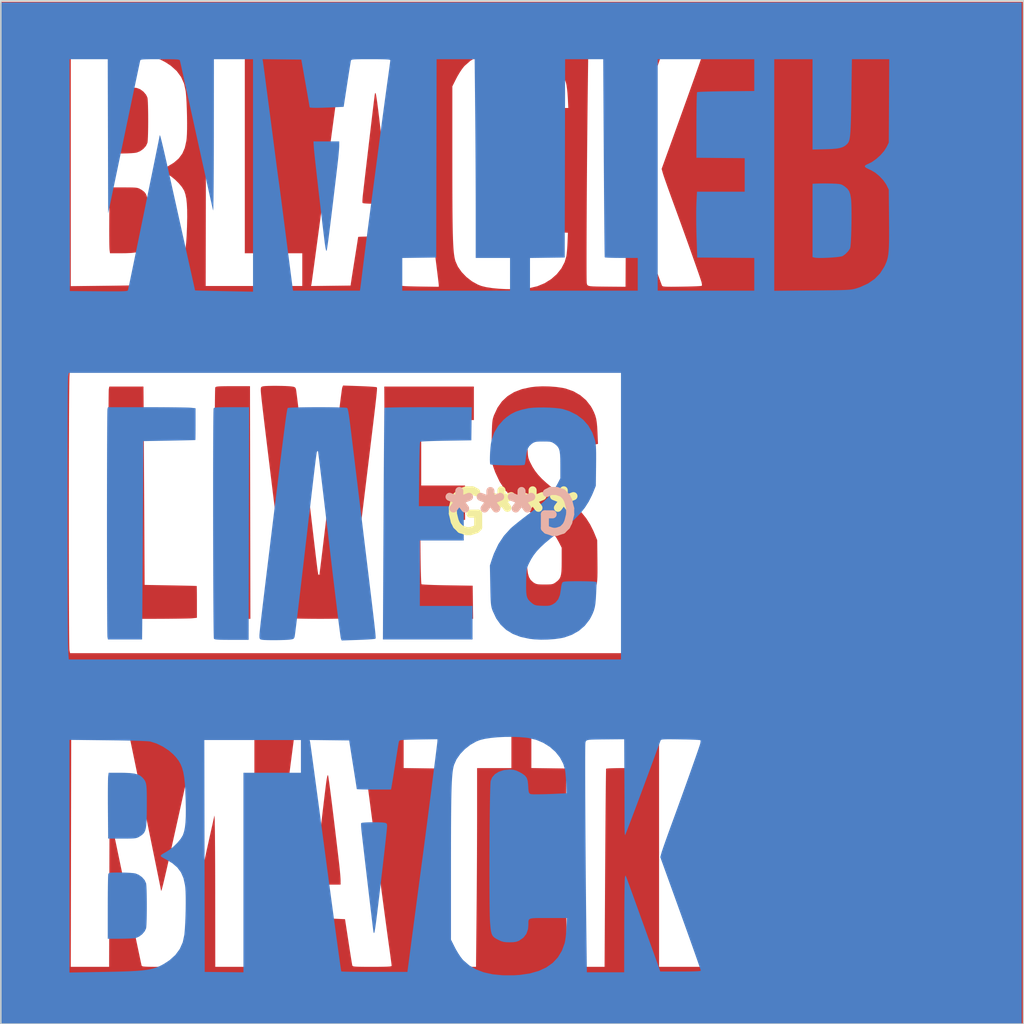
<source format=kicad_pcb>
(kicad_pcb (version 20200829) (generator pcbnew)

  (general
    (thickness 1.6)
  )

  (paper "A4")
  (layers
    (0 "F.Cu" signal)
    (31 "B.Cu" signal)
    (32 "B.Adhes" user)
    (33 "F.Adhes" user)
    (34 "B.Paste" user)
    (35 "F.Paste" user)
    (36 "B.SilkS" user)
    (37 "F.SilkS" user)
    (38 "B.Mask" user)
    (39 "F.Mask" user)
    (40 "Dwgs.User" user)
    (41 "Cmts.User" user)
    (42 "Eco1.User" user)
    (43 "Eco2.User" user)
    (44 "Edge.Cuts" user)
    (45 "Margin" user)
    (46 "B.CrtYd" user)
    (47 "F.CrtYd" user)
    (48 "B.Fab" user)
    (49 "F.Fab" user)
  )

  (setup
    (stackup
      (layer "F.SilkS" (type "Top Silk Screen"))
      (layer "F.Paste" (type "Top Solder Paste"))
      (layer "F.Mask" (type "Top Solder Mask") (color "Green") (thickness 0.01))
      (layer "F.Cu" (type "copper") (thickness 0.035))
      (layer "dielectric 1" (type "core") (thickness 1.51) (material "FR4") (epsilon_r 4.5) (loss_tangent 0.02))
      (layer "B.Cu" (type "copper") (thickness 0.035))
      (layer "B.Mask" (type "Bottom Solder Mask") (color "Green") (thickness 0.01))
      (layer "B.Paste" (type "Bottom Solder Paste"))
      (layer "B.SilkS" (type "Bottom Silk Screen"))
      (copper_finish "None")
      (dielectric_constraints no)
    )
    (pcbplotparams
      (layerselection 0x010fc_ffffffff)
      (usegerberextensions false)
      (usegerberattributes true)
      (usegerberadvancedattributes true)
      (creategerberjobfile true)
      (svguseinch false)
      (svgprecision 6)
      (excludeedgelayer true)
      (linewidth 0.100000)
      (plotframeref false)
      (viasonmask false)
      (mode 1)
      (useauxorigin false)
      (hpglpennumber 1)
      (hpglpenspeed 20)
      (hpglpendiameter 15.000000)
      (psnegative false)
      (psa4output false)
      (plotreference true)
      (plotvalue true)
      (plotinvisibletext false)
      (sketchpadsonfab false)
      (subtractmaskfromsilk false)
      (outputformat 1)
      (mirror false)
      (drillshape 0)
      (scaleselection 1)
      (outputdirectory "gerbers/no-mask/")
    )
  )


  (net 0 "")

  (module "art:blm-1-5-inch-f-cu" (layer "F.Cu") (tedit 0) (tstamp d0883450-8e26-4762-bc4a-3798f21c4800)
    (at 149.352 74.4728)
    (attr through_hole)
    (fp_text reference "G***" (at 0 0) (layer "F.SilkS")
      (effects (font (size 1.524 1.524) (thickness 0.3)))
      (tstamp 8b642281-845a-4a2b-bba5-3a3f019c6dfd)
    )
    (fp_text value "LOGO" (at 0.75 0) (layer "F.SilkS") hide
      (effects (font (size 1.524 1.524) (thickness 0.3)))
      (tstamp 0c5dc356-6581-483d-8590-b803f19cd95e)
    )
    (fp_poly (pts (xy -6.865826 9.820248)
      (xy -6.851526 9.903167)
      (xy -6.831569 10.038322)
      (xy -6.805857 10.226494)
      (xy -6.77429 10.468464)
      (xy -6.73677 10.765014)
      (xy -6.693197 11.116926)
      (xy -6.643473 11.524979)
      (xy -6.587498 11.989955)
      (xy -6.525174 12.512636)
      (xy -6.463036 13.037574)
      (xy -6.442622 13.219916)
      (xy -6.425116 13.394145)
      (xy -6.411762 13.546431)
      (xy -6.403805 13.662946)
      (xy -6.40211 13.715007)
      (xy -6.40211 13.876201)
      (xy -7.363243 13.876201)
      (xy -7.346542 13.61565)
      (xy -7.340312 13.543298)
      (xy -7.327769 13.418539)
      (xy -7.309684 13.248097)
      (xy -7.286831 13.038696)
      (xy -7.259981 12.797061)
      (xy -7.229908 12.529915)
      (xy -7.197384 12.243984)
      (xy -7.163182 11.945991)
      (xy -7.128075 11.64266)
      (xy -7.092835 11.340717)
      (xy -7.058235 11.046884)
      (xy -7.025048 10.767887)
      (xy -6.994046 10.510449)
      (xy -6.966001 10.281294)
      (xy -6.941688 10.087148)
      (xy -6.935728 10.040554)
      (xy -6.917833 9.923155)
      (xy -6.899137 9.836414)
      (xy -6.882336 9.791424)
      (xy -6.874568 9.788785)) (layer "F.Cu") (width 0) (tstamp 13f1f407-991c-4745-bb7d-5ca1ff14d2b8))
    (fp_poly (pts (xy 1.384816 -4.709039)
      (xy 1.64122 -4.689697)
      (xy 1.872871 -4.656989)
      (xy 1.997546 -4.629931)
      (xy 2.28445 -4.528352)
      (xy 2.539851 -4.381802)
      (xy 2.757798 -4.194812)
      (xy 2.932336 -3.97191)
      (xy 2.986794 -3.877296)
      (xy 3.051098 -3.746697)
      (xy 3.098574 -3.627389)
      (xy 3.132365 -3.505088)
      (xy 3.155616 -3.365511)
      (xy 3.17147 -3.194375)
      (xy 3.182637 -2.987368)
      (xy 3.201055 -2.565241)
      (xy 3.115445 -2.548154)
      (xy 3.058257 -2.542572)
      (xy 2.953108 -2.537754)
      (xy 2.811589 -2.534022)
      (xy 2.645294 -2.531697)
      (xy 2.499694 -2.531067)
      (xy 2.299003 -2.532055)
      (xy 2.150167 -2.535397)
      (xy 2.045513 -2.541659)
      (xy 1.977367 -2.551408)
      (xy 1.938057 -2.565211)
      (xy 1.927279 -2.57334)
      (xy 1.90249 -2.625385)
      (xy 1.8808 -2.720343)
      (xy 1.866885 -2.831763)
      (xy 1.832629 -3.041727)
      (xy 1.767539 -3.204347)
      (xy 1.668942 -3.324757)
      (xy 1.577464 -3.38726)
      (xy 1.505451 -3.421786)
      (xy 1.436814 -3.442039)
      (xy 1.353266 -3.45079)
      (xy 1.236516 -3.450814)
      (xy 1.171455 -3.448829)
      (xy 1.038939 -3.442698)
      (xy 0.949264 -3.432593)
      (xy 0.885719 -3.414176)
      (xy 0.831592 -3.383111)
      (xy 0.787485 -3.349196)
      (xy 0.709853 -3.282001)
      (xy 0.652485 -3.217256)
      (xy 0.61258 -3.144724)
      (xy 0.587337 -3.054165)
      (xy 0.573953 -2.935343)
      (xy 0.569628 -2.778018)
      (xy 0.571559 -2.571953)
      (xy 0.571758 -2.560844)
      (xy 0.575432 -2.378303)
      (xy 0.580047 -2.243246)
      (xy 0.587422 -2.143609)
      (xy 0.599373 -2.067329)
      (xy 0.617717 -2.002341)
      (xy 0.644273 -1.936582)
      (xy 0.676141 -1.86794)
      (xy 0.759326 -1.708141)
      (xy 0.854571 -1.558933)
      (xy 0.968046 -1.413919)
      (xy 1.10592 -1.266702)
      (xy 1.274363 -1.110885)
      (xy 1.479545 -0.94007)
      (xy 1.727636 -0.74786)
      (xy 1.831301 -0.670217)
      (xy 2.130375 -0.437511)
      (xy 2.380648 -0.218514)
      (xy 2.588824 -0.005359)
      (xy 2.76161 0.209824)
      (xy 2.905713 0.434902)
      (xy 3.027838 0.677743)
      (xy 3.075067 0.789097)
      (xy 3.171278 1.027315)
      (xy 3.180161 1.780295)
      (xy 3.182373 2.030104)
      (xy 3.18222 2.228785)
      (xy 3.179366 2.384729)
      (xy 3.173472 2.506328)
      (xy 3.164201 2.601974)
      (xy 3.151216 2.680058)
      (xy 3.14244 2.718278)
      (xy 3.04017 3.014991)
      (xy 2.892762 3.272906)
      (xy 2.700488 3.491756)
      (xy 2.463622 3.671273)
      (xy 2.182437 3.811188)
      (xy 1.95041 3.887876)
      (xy 1.823502 3.912238)
      (xy 1.652763 3.930895)
      (xy 1.453678 3.943488)
      (xy 1.241729 3.949658)
      (xy 1.0324 3.949049)
      (xy 0.841175 3.9413)
      (xy 0.683537 3.926054)
      (xy 0.636048 3.918294)
      (xy 0.388273 3.862267)
      (xy 0.183966 3.793743)
      (xy 0.007242 3.705145)
      (xy -0.157782 3.588892)
      (xy -0.282142 3.4802)
      (xy -0.473483 3.262465)
      (xy -0.619778 3.013103)
      (xy -0.715381 2.742988)
      (xy -0.744165 2.590621)
      (xy -0.760555 2.441677)
      (xy -0.772502 2.285564)
      (xy -0.779679 2.134623)
      (xy -0.781761 2.001192)
      (xy -0.778424 1.897609)
      (xy -0.769342 1.836215)
      (xy -0.764298 1.826495)
      (xy -0.726383 1.816961)
      (xy -0.639967 1.808615)
      (xy -0.516009 1.801603)
      (xy -0.365467 1.796072)
      (xy -0.199302 1.792165)
      (xy -0.028473 1.790029)
      (xy 0.136061 1.78981)
      (xy 0.28334 1.791653)
      (xy 0.402405 1.795703)
      (xy 0.482297 1.802107)
      (xy 0.511263 1.809552)
      (xy 0.527233 1.851068)
      (xy 0.544229 1.936056)
      (xy 0.559277 2.048568)
      (xy 0.563224 2.088096)
      (xy 0.588106 2.270431)
      (xy 0.628157 2.406573)
      (xy 0.689063 2.50912)
      (xy 0.776511 2.590673)
      (xy 0.796333 2.604656)
      (xy 0.853005 2.639467)
      (xy 0.909409 2.661574)
      (xy 0.981014 2.673804)
      (xy 1.083293 2.678983)
      (xy 1.208423 2.679953)
      (xy 1.347579 2.678889)
      (xy 1.442727 2.67358)
      (xy 1.509403 2.660846)
      (xy 1.563146 2.63751)
      (xy 1.619491 2.600395)
      (xy 1.628246 2.594082)
      (xy 1.701862 2.535506)
      (xy 1.756929 2.474776)
      (xy 1.796079 2.40234)
      (xy 1.821946 2.308648)
      (xy 1.837164 2.184149)
      (xy 1.844368 2.019291)
      (xy 1.84619 1.804524)
      (xy 1.84619 1.308712)
      (xy 1.74438 1.108459)
      (xy 1.644728 0.931657)
      (xy 1.528146 0.764003)
      (xy 1.388126 0.598733)
      (xy 1.218158 0.429085)
      (xy 1.011732 0.248293)
      (xy 0.762339 0.049596)
      (xy 0.625322 -0.054226)
      (xy 0.466795 -0.174635)
      (xy 0.31162 -0.295828)
      (xy 0.171359 -0.408534)
      (xy 0.057574 -0.50348)
      (xy -0.010936 -0.564469)
      (xy -0.259226 -0.837896)
      (xy -0.466031 -1.15063)
      (xy -0.633152 -1.505623)
      (xy -0.70152 -1.69719)
      (xy -0.781707 -1.944893)
      (xy -0.767147 -2.692083)
      (xy -0.762312 -2.924936)
      (xy -0.757431 -3.107107)
      (xy -0.751672 -3.247466)
      (xy -0.744206 -3.35488)
      (xy -0.734201 -3.438217)
      (xy -0.720827 -3.506347)
      (xy -0.703253 -3.568136)
      (xy -0.680648 -3.632454)
      (xy -0.678533 -3.638147)
      (xy -0.548182 -3.917737)
      (xy -0.38086 -4.153447)
      (xy -0.174893 -4.34642)
      (xy 0.071392 -4.497798)
      (xy 0.359669 -4.608724)
      (xy 0.691611 -4.680339)
      (xy 0.88034 -4.702276)
      (xy 1.124306 -4.713678)) (layer "F.Cu") (width 0) (tstamp 20cb6bbb-66f3-4fa2-9cf8-6192ac091bef))
    (fp_poly (pts (xy -5.693975 -4.722135)
      (xy -5.507806 -4.71473)
      (xy -5.34193 -4.706214)
      (xy -5.205542 -4.697214)
      (xy -5.107837 -4.688362)
      (xy -5.058009 -4.680285)
      (xy -5.053974 -4.678336)
      (xy -5.049711 -4.673355)
      (xy -5.046302 -4.665388)
      (xy -5.044084 -4.651439)
      (xy -5.043398 -4.628507)
      (xy -5.044583 -4.593596)
      (xy -5.047978 -4.543707)
      (xy -5.053922 -4.475842)
      (xy -5.062753 -4.387002)
      (xy -5.074812 -4.274189)
      (xy -5.090438 -4.134405)
      (xy -5.109969 -3.964652)
      (xy -5.133744 -3.761931)
      (xy -5.162104 -3.523244)
      (xy -5.195386 -3.245593)
      (xy -5.233931 -2.925979)
      (xy -5.278077 -2.561405)
      (xy -5.328163 -2.148872)
      (xy -5.384529 -1.685382)
      (xy -5.447513 -1.167936)
      (xy -5.497268 -0.75932)
      (xy -5.552439 -0.306242)
      (xy -5.606897 0.140978)
      (xy -5.660053 0.577501)
      (xy -5.711316 0.998485)
      (xy -5.760097 1.39909)
      (xy -5.805807 1.774473)
      (xy -5.847857 2.119795)
      (xy -5.885656 2.430214)
      (xy -5.918616 2.70089)
      (xy -5.946147 2.926981)
      (xy -5.967659 3.103647)
      (xy -5.982563 3.226047)
      (xy -5.982588 3.226251)
      (xy -6.01382 3.47221)
      (xy -6.040921 3.662159)
      (xy -6.064484 3.799456)
      (xy -6.085099 3.887458)
      (xy -6.10336 3.929523)
      (xy -6.107213 3.933005)
      (xy -6.147612 3.94033)
      (xy -6.238414 3.94649)
      (xy -6.37152 3.951498)
      (xy -6.538829 3.955366)
      (xy -6.73224 3.958106)
      (xy -6.943654 3.95973)
      (xy -7.16497 3.960251)
      (xy -7.388086 3.959681)
      (xy -7.604904 3.958032)
      (xy -7.807321 3.955316)
      (xy -7.987239 3.951547)
      (xy -8.136556 3.946735)
      (xy -8.247172 3.940893)
      (xy -8.310986 3.934034)
      (xy -8.32333 3.929648)
      (xy -8.330228 3.913277)
      (xy -8.338324 3.882938)
      (xy -8.348023 3.835565)
      (xy -8.359729 3.76809)
      (xy -8.373846 3.677446)
      (xy -8.390779 3.560566)
      (xy -8.410933 3.414384)
      (xy -8.434712 3.235832)
      (xy -8.46252 3.021843)
      (xy -8.494763 2.769349)
      (xy -8.531843 2.475285)
      (xy -8.574166 2.136583)
      (xy -8.622137 1.750176)
      (xy -8.676159 1.312996)
      (xy -8.736638 0.821977)
      (xy -8.784605 0.43177)
      (xy -8.862993 -0.206523)
      (xy -8.934382 -0.788338)
      (xy -8.999084 -1.316301)
      (xy -9.057412 -1.793038)
      (xy -9.109677 -2.221174)
      (xy -9.156193 -2.603336)
      (xy -9.197271 -2.942149)
      (xy -9.233223 -3.24024)
      (xy -9.264362 -3.500234)
      (xy -9.291 -3.724758)
      (xy -9.313448 -3.916436)
      (xy -9.33202 -4.077896)
      (xy -9.347027 -4.211763)
      (xy -9.358782 -4.320663)
      (xy -9.367597 -4.407222)
      (xy -9.373784 -4.474066)
      (xy -9.377655 -4.523821)
      (xy -9.379522 -4.559112)
      (xy -9.379811 -4.574531)
      (xy -9.3757 -4.653753)
      (xy -9.354726 -4.69316)
      (xy -9.303994 -4.712359)
      (xy -9.286782 -4.715973)
      (xy -9.214082 -4.723691)
      (xy -9.09604 -4.728774)
      (xy -8.946806 -4.73131)
      (xy -8.78053 -4.731383)
      (xy -8.611361 -4.729077)
      (xy -8.45345 -4.724479)
      (xy -8.320947 -4.717673)
      (xy -8.23445 -4.709642)
      (xy -8.145578 -4.694653)
      (xy -8.098083 -4.671856)
      (xy -8.074014 -4.628266)
      (xy -8.063117 -4.585698)
      (xy -8.056093 -4.54047)
      (xy -8.042797 -4.440706)
      (xy -8.023787 -4.291034)
      (xy -7.999623 -4.096079)
      (xy -7.970866 -3.860467)
      (xy -7.938075 -3.588825)
      (xy -7.90181 -3.285778)
      (xy -7.862631 -2.955953)
      (xy -7.821098 -2.603975)
      (xy -7.777771 -2.234471)
      (xy -7.75678 -2.054631)
      (xy -7.687809 -1.462852)
      (xy -7.625394 -0.927392)
      (xy -7.56919 -0.445419)
      (xy -7.518849 -0.014099)
      (xy -7.474026 0.369401)
      (xy -7.434374 0.707915)
      (xy -7.399548 1.004277)
      (xy -7.3692 1.261319)
      (xy -7.342986 1.481875)
      (xy -7.320558 1.668778)
      (xy -7.301571 1.824862)
      (xy -7.285678 1.952961)
      (xy -7.272533 2.055906)
      (xy -7.261791 2.136533)
      (xy -7.253104 2.197674)
      (xy -7.246126 2.242163)
      (xy -7.240512 2.272833)
      (xy -7.235915 2.292518)
      (xy -7.231989 2.30405)
      (xy -7.228388 2.310264)
      (xy -7.224765 2.313993)
      (xy -7.222782 2.315865)
      (xy -7.194708 2.320924)
      (xy -7.193868 2.320144)
      (xy -7.188881 2.289549)
      (xy -7.177434 2.203488)
      (xy -7.159971 2.065648)
      (xy -7.136939 1.879716)
      (xy -7.108779 1.649381)
      (xy -7.075938 1.378328)
      (xy -7.03886 1.070245)
      (xy -6.997988 0.728819)
      (xy -6.953768 0.357738)
      (xy -6.906644 -0.039312)
      (xy -6.857059 -0.458644)
      (xy -6.805459 -0.896569)
      (xy -6.777295 -1.136231)
      (xy -6.724526 -1.584143)
      (xy -6.673241 -2.016461)
      (xy -6.623906 -2.429399)
      (xy -6.576991 -2.819169)
      (xy -6.532963 -3.181985)
      (xy -6.492288 -3.51406)
      (xy -6.455435 -3.811607)
      (xy -6.422872 -4.070841)
      (xy -6.395066 -4.287973)
      (xy -6.372484 -4.459217)
      (xy -6.355595 -4.580787)
      (xy -6.344865 -4.648895)
      (xy -6.341938 -4.661765)
      (xy -6.310927 -4.743332)) (layer "F.Cu") (width 0) (tstamp 28ae0f95-7b0a-4dce-9452-ec6bcb9534c4))
    (fp_poly (pts (xy 19.057444 19.057444)
      (xy -19.057444 19.057444)
      (xy -19.057444 16.944324)
      (xy -9.263625 16.944324)
      (xy -8.540078 16.936347)
      (xy -7.81653 16.92837)
      (xy -7.66168 16.049941)
      (xy -7.62271 15.828422)
      (xy -7.587238 15.625927)
      (xy -7.556551 15.449874)
      (xy -7.531938 15.307679)
      (xy -7.514684 15.20676)
      (xy -7.506078 15.154534)
      (xy -7.50535 15.149179)
      (xy -7.474909 15.136797)
      (xy -7.386438 15.12973)
      (xy -7.241226 15.127982)
      (xy -7.040559 15.131556)
      (xy -6.785727 15.140459)
      (xy -6.654511 15.146169)
      (xy -6.236923 15.165274)
      (xy -6.108382 16.002156)
      (xy -6.074633 16.220505)
      (xy -6.043197 16.421286)
      (xy -6.015359 16.596479)
      (xy -5.992409 16.738066)
      (xy -5.975634 16.83803)
      (xy -5.966321 16.888351)
      (xy -5.96564 16.891149)
      (xy -5.957111 16.907445)
      (xy -5.93685 16.919961)
      (xy -5.897843 16.929188)
      (xy -5.833075 16.935621)
      (xy -5.735532 16.93975)
      (xy -5.598198 16.94207)
      (xy -5.414059 16.943073)
      (xy -5.223902 16.943259)
      (xy -4.986907 16.9426)
      (xy -4.803832 16.940429)
      (xy -4.669053 16.936455)
      (xy -4.576949 16.930388)
      (xy -4.521897 16.921935)
      (xy -4.498274 16.910806)
      (xy -4.496366 16.905593)
      (xy -4.500374 16.866804)
      (xy -4.51165 16.77745)
      (xy -4.529069 16.645927)
      (xy -4.551506 16.480631)
      (xy -4.577836 16.289956)
      (xy -4.601067 16.12394)
      (xy -4.627035 15.937392)
      (xy -4.659366 15.701856)
      (xy -4.696702 15.427394)
      (xy -4.737688 15.124071)
      (xy -4.780967 14.80195)
      (xy -4.825181 14.471094)
      (xy -4.868974 14.141567)
      (xy -4.900115 13.905979)
      (xy -4.946763 13.552329)
      (xy -4.998073 13.163584)
      (xy -5.052084 12.75458)
      (xy -5.106835 12.340159)
      (xy -5.160367 11.935158)
      (xy -5.210718 11.554416)
      (xy -5.255928 11.212773)
      (xy -5.269944 11.106917)
      (xy -5.310034 10.802772)
      (xy -5.350685 10.491744)
      (xy -5.390566 10.184204)
      (xy -5.428345 9.890521)
      (xy -5.462689 9.621067)
      (xy -5.492267 9.386212)
      (xy -5.515747 9.196327)
      (xy -5.522373 9.141618)
      (xy -5.545975 8.946754)
      (xy -5.568143 8.766548)
      (xy -5.587581 8.611308)
      (xy -5.602995 8.491344)
      (xy -5.613089 8.416965)
      (xy -5.614959 8.404631)
      (xy -5.6306 8.307854)
      (xy -4.049707 8.307854)
      (xy -4.049707 9.527538)
      (xy -3.41694 9.535574)
      (xy -2.784174 9.543611)
      (xy -2.769052 16.943259)
      (xy -1.349752 16.943259)
      (xy -1.330001 15.000293)
      (xy -1.32621 14.594601)
      (xy -1.322657 14.150947)
      (xy -1.319413 13.682534)
      (xy -1.316547 13.202565)
      (xy -1.314131 12.724243)
      (xy -1.312234 12.26077)
      (xy -1.310928 11.82535)
      (xy -1.310282 11.431186)
      (xy -1.310225 11.293024)
      (xy -1.310199 9.528722)
      (xy -0.029777 9.528722)
      (xy -0.029777 8.307854)
      (xy 0.714654 8.307854)
      (xy 0.714654 9.527561)
      (xy 1.362309 9.535586)
      (xy 2.009965 9.543611)
      (xy 2.017525 13.243435)
      (xy 2.025086 16.943259)
      (xy 3.446189 16.943259)
      (xy 3.468213 13.258323)
      (xy 3.47109 12.794649)
      (xy 3.474072 12.347478)
      (xy 3.477123 11.920423)
      (xy 3.480211 11.517097)
      (xy 3.483298 11.141111)
      (xy 3.486353 10.796079)
      (xy 3.489338 10.485614)
      (xy 3.492221 10.213328)
      (xy 3.494966 9.982833)
      (xy 3.497538 9.797743)
      (xy 3.499904 9.66167)
      (xy 3.502028 9.578226)
      (xy 3.503733 9.551055)
      (xy 3.536246 9.544321)
      (xy 3.619232 9.538401)
      (xy 3.743611 9.533621)
      (xy 3.900303 9.530307)
      (xy 4.080228 9.528785)
      (xy 4.125907 9.528722)
      (xy 4.734584 9.528722)
      (xy 4.734584 8.307854)
      (xy 5.479015 8.307854)
      (xy 5.479015 16.943259)
      (xy 9.082063 16.943259)
      (xy 9.826495 16.943259)
      (xy 11.255803 16.943259)
      (xy 11.255803 13.572308)
      (xy 11.739683 13.583795)
      (xy 11.966784 13.59224)
      (xy 12.144062 13.607096)
      (xy 12.281115 13.630825)
      (xy 12.387545 13.665885)
      (xy 12.472949 13.714735)
      (xy 12.546928 13.779835)
      (xy 12.560301 13.794044)
      (xy 12.586691 13.828208)
      (xy 12.609237 13.872037)
      (xy 12.628332 13.930405)
      (xy 12.644366 14.008189)
      (xy 12.657732 14.110262)
      (xy 12.668822 14.241501)
      (xy 12.678027 14.406779)
      (xy 12.685741 14.610973)
      (xy 12.692353 14.858957)
      (xy 12.698257 15.155606)
      (xy 12.703844 15.505796)
      (xy 12.705146 15.595838)
      (xy 12.724335 16.943259)
      (xy 14.116913 16.943259)
      (xy 14.108222 15.387397)
      (xy 14.099531 13.831536)
      (xy 14.016326 13.6621)
      (xy 13.922567 13.51482)
      (xy 13.790109 13.364121)
      (xy 13.634497 13.223803)
      (xy 13.471277 13.107665)
      (xy 13.315995 13.029506)
      (xy 13.295545 13.022305)
      (xy 13.233397 12.990752)
      (xy 13.206258 12.955119)
      (xy 13.206213 12.95387)
      (xy 13.211643 12.927843)
      (xy 13.234977 12.902905)
      (xy 13.286779 12.872121)
      (xy 13.377613 12.828556)
      (xy 13.440734 12.799918)
      (xy 13.593987 12.709431)
      (xy 13.749929 12.58094)
      (xy 13.890378 12.432006)
      (xy 13.997154 12.280192)
      (xy 14.016509 12.24374)
      (xy 14.099531 12.074677)
      (xy 14.108953 10.961248)
      (xy 14.111228 10.632732)
      (xy 14.11157 10.357173)
      (xy 14.109316 10.127989)
      (xy 14.103805 9.938596)
      (xy 14.094376 9.78241)
      (xy 14.080367 9.652849)
      (xy 14.061117 9.543328)
      (xy 14.035965 9.447266)
      (xy 14.004249 9.358077)
      (xy 13.965307 9.26918)
      (xy 13.932122 9.201053)
      (xy 13.776616 8.955612)
      (xy 13.574226 8.746716)
      (xy 13.3253 8.574636)
      (xy 13.030185 8.439641)
      (xy 12.89334 8.394304)
      (xy 12.839668 8.378876)
      (xy 12.787093 8.365958)
      (xy 12.729819 8.355271)
      (xy 12.662045 8.346537)
      (xy 12.577973 8.339476)
      (xy 12.471804 8.333811)
      (xy 12.337739 8.329262)
      (xy 12.16998 8.325551)
      (xy 11.962728 8.322399)
      (xy 11.710184 8.319529)
      (xy 11.40655 8.31666)
      (xy 11.248359 8.315267)
      (xy 9.826495 8.302883)
      (xy 9.826495 16.943259)
      (xy 9.082063 16.943259)
      (xy 9.082063 15.756253)
      (xy 8.027415 15.746766)
      (xy 7.782197 15.74389)
      (xy 7.555787 15.739945)
      (xy 7.355093 15.735151)
      (xy 7.187028 15.729728)
      (xy 7.0585 15.723896)
      (xy 6.976419 15.717873)
      (xy 6.947989 15.71249)
      (xy 6.942617 15.67825)
      (xy 6.937645 15.59088)
      (xy 6.933202 15.456802)
      (xy 6.929419 15.28244)
      (xy 6.926422 15.074216)
      (xy 6.924341 14.838553)
      (xy 6.923305 14.581875)
      (xy 6.923212 14.476734)
      (xy 6.923212 13.265768)
      (xy 8.724736 13.250006)
      (xy 8.724736 12.000234)
      (xy 6.944292 12.000234)
      (xy 6.922815 11.570618)
      (xy 6.917828 11.41777)
      (xy 6.91538 11.219733)
      (xy 6.915418 10.990814)
      (xy 6.917894 10.745323)
      (xy 6.922755 10.497568)
      (xy 6.927164 10.342306)
      (xy 6.952989 9.543611)
      (xy 8.017526 9.53579)
      (xy 9.082063 9.52797)
      (xy 9.082063 8.307854)
      (xy 5.479015 8.307854)
      (xy 4.734584 8.307854)
      (xy 0.714654 8.307854)
      (xy -0.029777 8.307854)
      (xy -4.049707 8.307854)
      (xy -5.6306 8.307854)
      (xy -8.125542 8.307854)
      (xy -8.143145 8.434408)
      (xy -8.150233 8.487525)
      (xy -8.16415 8.593774)
      (xy -8.184126 8.74722)
      (xy -8.209392 8.941928)
      (xy -8.239179 9.171961)
      (xy -8.272719 9.431385)
      (xy -8.309242 9.714264)
      (xy -8.34798 10.014662)
      (xy -8.367856 10.168933)
      (xy -8.418675 10.563368)
      (xy -8.462567 10.903731)
      (xy -8.500189 11.19502)
      (xy -8.532198 11.442234)
      (xy -8.559249 11.650369)
      (xy -8.581998 11.824425)
      (xy -8.601103 11.969399)
      (xy -8.617218 12.090289)
      (xy -8.631 12.192093)
      (xy -8.643106 12.27981)
      (xy -8.654192 12.358436)
      (xy -8.664913 12.432971)
      (xy -8.666936 12.446893)
      (xy -8.677105 12.520086)
      (xy -8.69384 12.64449)
      (xy -8.716107 12.812251)
      (xy -8.742871 13.015512)
      (xy -8.7731 13.246418)
      (xy -8.805758 13.497112)
      (xy -8.839812 13.759739)
      (xy -8.843321 13.78687)
      (xy -8.877626 14.051821)
      (xy -8.910754 14.306977)
      (xy -8.941646 14.544235)
      (xy -8.969243 14.755492)
      (xy -8.992487 14.932646)
      (xy -9.010318 15.067593)
      (xy -9.021679 15.152231)
      (xy -9.022282 15.156623)
      (xy -9.035239 15.252505)
      (xy -9.054221 15.395263)
      (xy -9.077623 15.572709)
      (xy -9.103839 15.772655)
      (xy -9.131265 15.982914)
      (xy -9.141909 16.06483)
      (xy -9.168179 16.265982)
      (xy -9.192826 16.452405)
      (xy -9.214526 16.614261)
      (xy -9.231953 16.741708)
      (xy -9.243783 16.824906)
      (xy -9.247216 16.847016)
      (xy -9.263625 16.944324)
      (xy -19.057444 16.944324)
      (xy -19.057444 16.943259)
      (xy -16.467023 16.943259)
      (xy -15.037811 16.943259)
      (xy -15.030219 14.065981)
      (xy -15.022626 11.188704)
      (xy -14.432192 14.013871)
      (xy -14.348199 14.415591)
      (xy -14.267477 14.80132)
      (xy -14.19088 15.166996)
      (xy -14.119263 15.508557)
      (xy -14.053479 15.82194)
      (xy -13.994383 16.103085)
      (xy -13.942828 16.347928)
      (xy -13.899669 16.552407)
      (xy -13.86576 16.712461)
      (xy -13.841955 16.824028)
      (xy -13.829108 16.883045)
      (xy -13.827196 16.891149)
      (xy -13.818535 16.907466)
      (xy -13.798136 16.919992)
      (xy -13.758973 16.929223)
      (xy -13.694017 16.935652)
      (xy -13.59624 16.939774)
      (xy -13.458614 16.942085)
      (xy -13.274111 16.943079)
      (xy -13.087105 16.943259)
      (xy -12.859793 16.942962)
      (xy -12.684994 16.941743)
      (xy -12.555669 16.939105)
      (xy -12.464778 16.934555)
      (xy -12.405281 16.927596)
      (xy -12.370138 16.917736)
      (xy -12.35231 16.904478)
      (xy -12.345801 16.891149)
      (xy -12.337256 16.855088)
      (xy -12.316868 16.764981)
      (xy -12.285551 16.624956)
      (xy -12.244217 16.439137)
      (xy -12.193779 16.211653)
      (xy -12.135149 15.94663)
      (xy -12.06924 15.648194)
      (xy -11.996965 15.320472)
      (xy -11.919237 14.967591)
      (xy -11.836969 14.593678)
      (xy -11.751072 14.202859)
      (xy -11.731647 14.11442)
      (xy -11.644838 13.719427)
      (xy -11.561275 13.339738)
      (xy -11.481889 12.979552)
      (xy -11.407611 12.643071)
      (xy -11.339372 12.334497)
      (xy -11.278104 12.058031)
      (xy -11.224737 11.817873)
      (xy -11.180204 11.618227)
      (xy -11.145436 11.463292)
      (xy -11.121363 11.35727)
      (xy -11.108917 11.304363)
      (xy -11.107889 11.300469)
      (xy -11.104074 11.316021)
      (xy -11.100409 11.387696)
      (xy -11.096929 11.512063)
      (xy -11.093669 11.685691)
      (xy -11.090664 11.905149)
      (xy -11.087947 12.167005)
      (xy -11.085555 12.467829)
      (xy -11.08352 12.804189)
      (xy -11.081879 13.172654)
      (xy -11.080666 13.569793)
      (xy -11.079915 13.992175)
      (xy -11.079825 14.077198)
      (xy -11.07714 16.943259)
      (xy -9.618054 16.943259)
      (xy -9.618054 8.268883)
      (xy -10.696858 8.290228)
      (xy -10.943827 8.295261)
      (xy -11.171105 8.300176)
      (xy -11.372039 8.304805)
      (xy -11.539978 8.308985)
      (xy -11.66827 8.312549)
      (xy -11.750265 8.315333)
      (xy -11.779306 8.317158)
      (xy -11.786125 8.346375)
      (xy -11.804952 8.429789)
      (xy -11.834907 8.563456)
      (xy -11.875111 8.74343)
      (xy -11.924688 8.965765)
      (xy -11.982757 9.226516)
      (xy -12.048441 9.521736)
      (xy -12.12086 9.84748)
      (xy -12.199138 10.199803)
      (xy -12.282394 10.574758)
      (xy -12.369751 10.968401)
      (xy -12.413688 11.166471)
      (xy -12.523654 11.661861)
      (xy -12.621551 12.10193)
      (xy -12.708047 12.489536)
      (xy -12.783811 12.827535)
      (xy -12.849513 13.118783)
      (xy -12.905821 13.366137)
      (xy -12.953405 13.572452)
      (xy -12.992934 13.740585)
      (xy -13.025076 13.873393)
      (xy -13.0505 13.973731)
      (xy -13.069876 14.044457)
      (xy -13.083872 14.088426)
      (xy -13.093157 14.108495)
      (xy -13.098402 14.10752)
      (xy -13.099978 14.096667)
      (xy -13.106166 14.062713)
      (xy -13.123378 13.975277)
      (xy -13.150621 13.839203)
      (xy -13.186902 13.659341)
      (xy -13.231228 13.440535)
      (xy -13.282606 13.187632)
      (xy -13.340043 12.90548)
      (xy -13.402546 12.598925)
      (xy -13.469123 12.272813)
      (xy -13.538779 11.931991)
      (xy -13.610524 11.581306)
      (xy -13.683362 11.225604)
      (xy -13.756302 10.869732)
      (xy -13.828351 10.518536)
      (xy -13.898515 10.176864)
      (xy -13.965803 9.849562)
      (xy -14.029219 9.541476)
      (xy -14.087773 9.257453)
      (xy -14.140471 9.002339)
      (xy -14.18632 8.780982)
      (xy -14.224327 8.598228)
      (xy -14.253499 8.458924)
      (xy -14.272843 8.367915)
      (xy -14.281366 8.33005)
      (xy -14.281435 8.329818)
      (xy -14.288786 8.31609)
      (xy -14.305502 8.305063)
      (xy -14.337343 8.296502)
      (xy -14.390074 8.290172)
      (xy -14.469458 8.285836)
      (xy -14.581256 8.283259)
      (xy -14.731234 8.282206)
      (xy -14.925153 8.282442)
      (xy -15.168776 8.283731)
      (xy -15.374633 8.285152)
      (xy -16.451935 8.292966)
      (xy -16.459479 12.618112)
      (xy -16.467023 16.943259)
      (xy -19.057444 16.943259)
      (xy -19.057444 0.386551)
      (xy -16.540767 0.386551)
      (xy -16.540632 0.865302)
      (xy -16.540295 1.337276)
      (xy -16.539757 1.798681)
      (xy -16.539015 2.245723)
      (xy -16.53807 2.674607)
      (xy -16.536922 3.08154)
      (xy -16.535569 3.462728)
      (xy -16.53401 3.814379)
      (xy -16.532247 4.132697)
      (xy -16.530276 4.413889)
      (xy -16.528099 4.654162)
      (xy -16.525715 4.849722)
      (xy -16.523122 4.996775)
      (xy -16.520321 5.091528)
      (xy -16.517584 5.129132)
      (xy -16.493902 5.240797)
      (xy 4.109261 5.240797)
      (xy 4.109261 -5.449238)
      (xy -16.490725 -5.449238)
      (xy -16.515996 -5.099355)
      (xy -16.519006 -5.02813)
      (xy -16.521823 -4.902981)
      (xy -16.524448 -4.727703)
      (xy -16.52688 -4.50609)
      (xy -16.529118 -4.241934)
      (xy -16.531161 -3.93903)
      (xy -16.533009 -3.601172)
      (xy -16.534661 -3.232152)
      (xy -16.536118 -2.835766)
      (xy -16.537377 -2.415806)
      (xy -16.538439 -1.976066)
      (xy -16.539303 -1.52034)
      (xy -16.539968 -1.052422)
      (xy -16.540435 -0.576104)
      (xy -16.540701 -0.095183)
      (xy -16.540767 0.386551)
      (xy -19.057444 0.386551)
      (xy -19.057444 -8.451023)
      (xy -16.466823 -8.451023)
      (xy -16.007083 -8.455698)
      (xy -7.505265 -8.455698)
      (xy -6.767846 -8.463664)
      (xy -6.030426 -8.47163)
      (xy -6.005929 -8.635405)
      (xy -5.994364 -8.710782)
      (xy -5.975031 -8.834579)
      (xy -5.949569 -8.99641)
      (xy -5.919613 -9.185885)
      (xy -5.886802 -9.39262)
      (xy -5.864221 -9.534455)
      (xy -5.83211 -9.736531)
      (xy -5.803357 -9.918696)
      (xy -5.779225 -10.072842)
      (xy -5.760981 -10.190858)
      (xy -5.749887 -10.264634)
      (xy -5.747011 -10.286331)
      (xy -5.71867 -10.291215)
      (xy -5.639388 -10.29553)
      (xy -5.51778 -10.299052)
      (xy -5.362459 -10.301558)
      (xy -5.182039 -10.302823)
      (xy -5.109166 -10.302931)
      (xy -4.471321 -10.302931)
      (xy -4.454014 -10.221044)
      (xy -4.444775 -10.169936)
      (xy -4.427815 -10.068892)
      (xy -4.404582 -9.92682)
      (xy -4.376521 -9.752629)
      (xy -4.345081 -9.555227)
      (xy -4.317407 -9.379836)
      (xy -4.284285 -9.170007)
      (xy -4.253379 -8.97606)
      (xy -4.226129 -8.806887)
      (xy -4.203974 -8.671377)
      (xy -4.188354 -8.578419)
      (xy -4.181372 -8.539891)
      (xy -4.169241 -8.49794)
      (xy -4.145293 -8.472926)
      (xy -4.09567 -8.459388)
      (xy -4.006513 -8.451862)
      (xy -3.950842 -8.449031)
      (xy -3.845771 -8.445119)
      (xy -3.697317 -8.441092)
      (xy -3.52165 -8.437318)
      (xy -3.334941 -8.434162)
      (xy -3.238277 -8.43288)
      (xy -2.739508 -8.426964)
      (xy -2.739508 -8.496625)
      (xy -2.743247 -8.536177)
      (xy -2.754007 -8.629424)
      (xy -2.771104 -8.77101)
      (xy -2.793852 -8.955577)
      (xy -2.821566 -9.177766)
      (xy -2.85356 -9.432221)
      (xy -2.889151 -9.713584)
      (xy -2.927652 -10.016497)
      (xy -2.968378 -10.335602)
      (xy -3.010645 -10.665541)
      (xy -3.053768 -11.000958)
      (xy -3.09706 -11.336493)
      (xy -3.139838 -11.66679)
      (xy -3.181415 -11.986491)
      (xy -3.221107 -12.290238)
      (xy -3.258229 -12.572673)
      (xy -3.292095 -12.82844)
      (xy -3.322021 -13.052179)
      (xy -3.322714 -13.057327)
      (xy -3.341058 -13.194165)
      (xy -3.366166 -13.382421)
      (xy -3.397026 -13.614467)
      (xy -3.432627 -13.882676)
      (xy -3.471958 -14.17942)
      (xy -3.514008 -14.497072)
      (xy -3.557766 -14.828006)
      (xy -3.602219 -15.164592)
      (xy -3.628671 -15.365065)
      (xy -3.699507 -15.902137)
      (xy -2.233294 -15.902137)
      (xy -2.233222 -13.124867)
      (xy -2.232965 -12.589906)
      (xy -2.232149 -12.111001)
      (xy -2.230667 -11.684656)
      (xy -2.228409 -11.307376)
      (xy -2.225266 -10.975663)
      (xy -2.22113 -10.686021)
      (xy -2.215893 -10.434955)
      (xy -2.209444 -10.218967)
      (xy -2.201676 -10.034562)
      (xy -2.19248 -9.878243)
      (xy -2.181746 -9.746513)
      (xy -2.169366 -9.635878)
      (xy -2.155232 -9.542839)
      (xy -2.139234 -9.463902)
      (xy -2.121263 -9.39557)
      (xy -2.116717 -9.380591)
      (xy -2.026086 -9.177439)
      (xy -1.887064 -8.978569)
      (xy -1.710504 -8.794352)
      (xy -1.507257 -8.635156)
      (xy -1.288176 -8.511352)
      (xy -1.150588 -8.457378)
      (xy -0.972324 -8.413108)
      (xy -0.748694 -8.378467)
      (xy -0.493195 -8.354034)
      (xy -0.219323 -8.340387)
      (xy 0.059425 -8.338103)
      (xy 0.329552 -8.347761)
      (xy 0.577563 -8.369937)
      (xy 0.652781 -8.380181)
      (xy 0.943471 -8.449101)
      (xy 1.213347 -8.562381)
      (xy 1.456011 -8.714472)
      (xy 1.665065 -8.899824)
      (xy 1.834112 -9.112887)
      (xy 1.956754 -9.348111)
      (xy 1.99332 -9.473004)
      (xy 2.773509 -9.473004)
      (xy 2.773641 -9.205754)
      (xy 2.774279 -8.979525)
      (xy 2.775445 -8.798339)
      (xy 2.777159 -8.666216)
      (xy 2.779442 -8.587177)
      (xy 2.781119 -8.56677)
      (xy 2.788788 -8.528445)
      (xy 2.800228 -8.498545)
      (xy 2.822238 -8.475962)
      (xy 2.861619 -8.45959)
      (xy 2.925168 -8.448321)
      (xy 3.019685 -8.441049)
      (xy 3.151969 -8.436666)
      (xy 3.328819 -8.434065)
      (xy 3.557034 -8.432139)
      (xy 3.610492 -8.431729)
      (xy 4.22837 -8.426964)
      (xy 4.235815 -9.804162)
      (xy 4.237362 -10.103412)
      (xy 4.238764 -10.399597)
      (xy 4.239987 -10.684193)
      (xy 4.241002 -10.948676)
      (xy 4.241776 -11.184522)
      (xy 4.242278 -11.383207)
      (xy 4.242478 -11.536206)
      (xy 4.242434 -11.605022)
      (xy 4.243479 -11.753929)
      (xy 4.246911 -11.876881)
      (xy 4.252248 -11.964019)
      (xy 4.259009 -12.005485)
      (xy 4.262063 -12.007015)
      (xy 4.276533 -11.975218)
      (xy 4.309561 -11.89302)
      (xy 4.359088 -11.765892)
      (xy 4.423056 -11.599305)
      (xy 4.499406 -11.398731)
      (xy 4.58608 -11.169642)
      (xy 4.681019 -10.917507)
      (xy 4.782164 -10.6478)
      (xy 4.887458 -10.36599)
      (xy 4.994842 -10.077549)
      (xy 5.102256 -9.787948)
      (xy 5.207644 -9.50266)
      (xy 5.308945 -9.227154)
      (xy 5.345734 -9.126729)
      (xy 5.411629 -8.946821)
      (xy 5.471563 -8.783519)
      (xy 5.522172 -8.645954)
      (xy 5.560097 -8.54326)
      (xy 5.581975 -8.484568)
      (xy 5.584952 -8.47679)
      (xy 5.594919 -8.45981)
      (xy 5.614567 -8.446948)
      (xy 5.651046 -8.437775)
      (xy 5.711508 -8.431861)
      (xy 5.803104 -8.428777)
      (xy 5.932984 -8.428095)
      (xy 6.108299 -8.429384)
      (xy 6.329296 -8.432124)
      (xy 6.531228 -8.435705)
      (xy 6.713245 -8.440583)
      (xy 6.866924 -8.446398)
      (xy 6.983842 -8.452789)
      (xy 7.055577 -8.459395)
      (xy 7.074436 -8.463993)
      (xy 7.080065 -8.503524)
      (xy 7.068355 -8.57718)
      (xy 7.058852 -8.61288)
      (xy 7.034626 -8.688305)
      (xy 6.992324 -8.81325)
      (xy 6.934237 -8.981273)
      (xy 6.86266 -9.185932)
      (xy 6.779885 -9.420784)
      (xy 6.688205 -9.679388)
      (xy 6.589913 -9.9553)
      (xy 6.487302 -10.242079)
      (xy 6.382665 -10.533282)
      (xy 6.278296 -10.822466)
      (xy 6.176487 -11.103191)
      (xy 6.079531 -11.369013)
      (xy 6.022757 -11.523799)
      (xy 5.937653 -11.756471)
      (xy 5.857021 -11.979238)
      (xy 5.783772 -12.183885)
      (xy 5.720815 -12.362193)
      (xy 5.67106 -12.505947)
      (xy 5.637419 -12.606931)
      (xy 5.626319 -12.643078)
      (xy 5.574786 -12.824375)
      (xy 5.945132 -13.849057)
      (xy 6.12223 -14.339516)
      (xy 6.286944 -14.796606)
      (xy 6.438505 -15.218162)
      (xy 6.576143 -15.60202)
      (xy 6.699088 -15.946015)
      (xy 6.806571 -16.247982)
      (xy 6.897821 -16.505757)
      (xy 6.97207 -16.717175)
      (xy 7.028547 -16.880071)
      (xy 7.066482 -16.992281)
      (xy 7.085107 -17.05164)
      (xy 7.086987 -17.060379)
      (xy 7.06079 -17.071472)
      (xy 6.981239 -17.080126)
      (xy 6.84689 -17.086403)
      (xy 6.656303 -17.090362)
      (xy 6.408035 -17.092065)
      (xy 6.330401 -17.092146)
      (xy 5.573814 -17.092146)
      (xy 5.514468 -16.920926)
      (xy 5.48643 -16.841122)
      (xy 5.441982 -16.715992)
      (xy 5.38335 -16.551718)
      (xy 5.312762 -16.354482)
      (xy 5.232443 -16.130467)
      (xy 5.144621 -15.885856)
      (xy 5.051522 -15.626829)
      (xy 4.955373 -15.359571)
      (xy 4.858399 -15.090263)
      (xy 4.762829 -14.825088)
      (xy 4.670887 -14.570228)
      (xy 4.584802 -14.331865)
      (xy 4.506798 -14.116183)
      (xy 4.439104 -13.929362)
      (xy 4.383945 -13.777587)
      (xy 4.343548 -13.667038)
      (xy 4.32014 -13.603899)
      (xy 4.316039 -13.593318)
      (xy 4.279568 -13.503986)
      (xy 4.256937 -13.578429)
      (xy 4.252755 -13.621203)
      (xy 4.248722 -13.718005)
      (xy 4.244918 -13.863309)
      (xy 4.241419 -14.051588)
      (xy 4.238304 -14.277315)
      (xy 4.235652 -14.534964)
      (xy 4.233541 -14.819009)
      (xy 4.232049 -15.123923)
      (xy 4.231338 -15.387398)
      (xy 4.22837 -17.121923)
      (xy 2.836884 -17.121923)
      (xy 2.81807 -15.670282)
      (xy 2.813117 -15.27019)
      (xy 2.808356 -14.850809)
      (xy 2.803808 -14.416161)
      (xy 2.799495 -13.970265)
      (xy 2.795437 -13.517143)
      (xy 2.791656 -13.060814)
      (xy 2.788172 -12.6053)
      (xy 2.785006 -12.154622)
      (xy 2.782179 -11.7128)
      (xy 2.779712 -11.283854)
      (xy 2.777626 -10.871806)
      (xy 2.775942 -10.480677)
      (xy 2.77468 -10.114486)
      (xy 2.773862 -9.777255)
      (xy 2.773509 -9.473004)
      (xy 1.99332 -9.473004)
      (xy 2.020798 -9.566853)
      (xy 2.033903 -9.660165)
      (xy 2.046754 -9.793941)
      (xy 2.057742 -9.949109)
      (xy 2.064374 -10.082574)
      (xy 2.078382 -10.442873)
      (xy 1.674694 -10.462234)
      (xy 1.491089 -10.46989)
      (xy 1.296124 -10.476116)
      (xy 1.114035 -10.480239)
      (xy 0.978508 -10.481595)
      (xy 0.846239 -10.481948)
      (xy 0.757307 -10.476463)
      (xy 0.702444 -10.455321)
      (xy 0.672382 -10.408704)
      (xy 0.657853 -10.326793)
      (xy 0.649588 -10.19977)
      (xy 0.645661 -10.128989)
      (xy 0.629148 -9.978906)
      (xy 0.593157 -9.868768)
      (xy 0.527287 -9.782987)
      (xy 0.421134 -9.705974)
      (xy 0.329538 -9.655276)
      (xy 0.208662 -9.598544)
      (xy 0.106029 -9.568993)
      (xy -0.008368 -9.558894)
      (xy -0.046151 -9.5585)
      (xy -0.259642 -9.578857)
      (xy -0.444148 -9.637234)
      (xy -0.592906 -9.729586)
      (xy -0.699156 -9.851868)
      (xy -0.752072 -9.980797)
      (xy -0.758286 -10.036867)
      (xy -0.76415 -10.147028)
      (xy -0.769638 -10.305819)
      (xy -0.774726 -10.507776)
      (xy -0.779389 -10.747438)
      (xy -0.7836 -11.019342)
      (xy -0.787336 -11.318026)
      (xy -0.790571 -11.638028)
      (xy -0.793281 -11.973885)
      (xy -0.79544 -12.320135)
      (xy -0.797023 -12.671316)
      (xy -0.798005 -13.021966)
      (xy -0.798361 -13.366623)
      (xy -0.798067 -13.699823)
      (xy -0.797097 -14.016105)
      (xy -0.795425 -14.310007)
      (xy -0.793028 -14.576066)
      (xy -0.789879 -14.808819)
      (xy -0.785955 -15.002806)
      (xy -0.781229 -15.152563)
      (xy -0.7762 -15.245956)
      (xy -0.760213 -15.437587)
      (xy -0.742125 -15.580142)
      (xy -0.717062 -15.684032)
      (xy -0.680152 -15.759669)
      (xy -0.626525 -15.817468)
      (xy -0.551308 -15.86784)
      (xy -0.463521 -15.914225)
      (xy -0.361919 -15.960773)
      (xy -0.271912 -15.987489)
      (xy -0.168853 -15.999597)
      (xy -0.04797 -16.002318)
      (xy 0.095079 -15.998346)
      (xy 0.199032 -15.983449)
      (xy 0.283874 -15.954172)
      (xy 0.312661 -15.939936)
      (xy 0.472441 -15.827444)
      (xy 0.581718 -15.684313)
      (xy 0.641712 -15.508454)
      (xy 0.655099 -15.353568)
      (xy 0.654287 -15.274031)
      (xy 0.656425 -15.212822)
      (xy 0.668373 -15.167554)
      (xy 0.696993 -15.13584)
      (xy 0.749144 -15.115293)
      (xy 0.831689 -15.103526)
      (xy 0.951487 -15.098151)
      (xy 1.115399 -15.096783)
      (xy 1.330286 -15.097034)
      (xy 1.392324 -15.097069)
      (xy 2.0934 -15.097069)
      (xy 2.074878 -15.476729)
      (xy 2.063645 -15.641083)
      (xy 2.047043 -15.802367)
      (xy 2.027373 -15.941299)
      (xy 2.008378 -16.033432)
      (xy 1.904027 -16.317853)
      (xy 1.755427 -16.563586)
      (xy 1.56225 -16.770842)
      (xy 1.324163 -16.939828)
      (xy 1.040837 -17.070753)
      (xy 0.711941 -17.163828)
      (xy 0.337145 -17.219261)
      (xy 0.111294 -17.233781)
      (xy -0.308004 -17.232894)
      (xy -0.681752 -17.195991)
      (xy -1.012396 -17.122308)
      (xy -1.302386 -17.011084)
      (xy -1.554169 -16.861554)
      (xy -1.770194 -16.672958)
      (xy -1.803205 -16.637327)
      (xy -1.877185 -16.542427)
      (xy -1.962428 -16.413719)
      (xy -2.04581 -16.271727)
      (xy -2.087451 -16.192764)
      (xy -2.233294 -15.902137)
      (xy -3.699507 -15.902137)
      (xy -3.858425 -17.107034)
      (xy -5.083149 -17.107034)
      (xy -5.347514 -17.106617)
      (xy -5.593128 -17.105427)
      (xy -5.813656 -17.103553)
      (xy -6.00276 -17.101086)
      (xy -6.154104 -17.098116)
      (xy -6.261352 -17.094734)
      (xy -6.318168 -17.09103)
      (xy -6.325555 -17.089323)
      (xy -6.331485 -17.058256)
      (xy -6.344779 -16.971467)
      (xy -6.364984 -16.83227)
      (xy -6.391646 -16.643981)
      (xy -6.424311 -16.409916)
      (xy -6.462526 -16.133392)
      (xy -6.505837 -15.817723)
      (xy -6.55379 -15.466227)
      (xy -6.605932 -15.082218)
      (xy -6.661809 -14.669012)
      (xy -6.720967 -14.229925)
      (xy -6.782952 -13.768274)
      (xy -6.847312 -13.287373)
      (xy -6.908178 -12.831175)
      (xy -6.974392 -12.334539)
      (xy -7.038622 -11.853492)
      (xy -7.100415 -11.391402)
      (xy -7.159315 -10.951637)
      (xy -7.214869 -10.537565)
      (xy -7.266623 -10.152553)
      (xy -7.314123 -9.799968)
      (xy -7.356913 -9.483178)
      (xy -7.394541 -9.205551)
      (xy -7.426552 -8.970454)
      (xy -7.452492 -8.781254)
      (xy -7.471906 -8.641319)
      (xy -7.484341 -8.554017)
      (xy -7.489192 -8.523218)
      (xy -7.505265 -8.455698)
      (xy -16.007083 -8.455698)
      (xy -15.904514 -8.456741)
      (xy -11.434667 -8.456741)
      (xy -7.831419 -8.456741)
      (xy -7.831419 -9.677609)
      (xy -9.975381 -9.677609)
      (xy -9.975381 -17.122982)
      (xy -10.69748 -17.115008)
      (xy -11.419578 -17.107034)
      (xy -11.427122 -12.781888)
      (xy -11.434667 -8.456741)
      (xy -15.904514 -8.456741)
      (xy -15.030071 -8.465633)
      (xy -14.675897 -8.469921)
      (xy -14.358648 -8.475159)
      (xy -14.081981 -8.481235)
      (xy -13.849556 -8.48804)
      (xy -13.665033 -8.495464)
      (xy -13.532071 -8.503396)
      (xy -13.454329 -8.511727)
      (xy -13.44632 -8.513297)
      (xy -13.215126 -8.587709)
      (xy -12.978601 -8.70339)
      (xy -12.758095 -8.848364)
      (xy -12.592889 -8.992044)
      (xy -12.484516 -9.109783)
      (xy -12.395064 -9.227264)
      (xy -12.322548 -9.351838)
      (xy -12.264983 -9.490859)
      (xy -12.220385 -9.651677)
      (xy -12.186771 -9.841645)
      (xy -12.162156 -10.068114)
      (xy -12.144556 -10.338437)
      (xy -12.131987 -10.659965)
      (xy -12.130652 -10.704747)
      (xy -12.124447 -11.030999)
      (xy -12.126741 -11.304426)
      (xy -12.138062 -11.531222)
      (xy -12.15894 -11.71758)
      (xy -12.189905 -11.869695)
      (xy -12.231484 -11.99376)
      (xy -12.243033 -12.019902)
      (xy -12.320929 -12.146882)
      (xy -12.437382 -12.286584)
      (xy -12.57794 -12.424586)
      (xy -12.728152 -12.546466)
      (xy -12.848886 -12.624536)
      (xy -12.970829 -12.69312)
      (xy -13.042232 -12.740988)
      (xy -13.063518 -12.778244)
      (xy -13.035108 -12.814992)
      (xy -12.957424 -12.861334)
      (xy -12.860869 -12.911696)
      (xy -12.624319 -13.054839)
      (xy -12.441245 -13.213661)
      (xy -12.306029 -13.396449)
      (xy -12.213053 -13.611492)
      (xy -12.1567 -13.867076)
      (xy -12.144505 -13.968479)
      (xy -12.134717 -14.11858)
      (xy -12.129447 -14.314454)
      (xy -12.128415 -14.542512)
      (xy -12.131341 -14.789164)
      (xy -12.137946 -15.040822)
      (xy -12.147948 -15.283897)
      (xy -12.161068 -15.504801)
      (xy -12.177027 -15.689944)
      (xy -12.180641 -15.722392)
      (xy -12.240499 -16.001829)
      (xy -12.351691 -16.252112)
      (xy -12.514883 -16.474219)
      (xy -12.730744 -16.669127)
      (xy -12.908441 -16.786913)
      (xy -13.013878 -16.846565)
      (xy -13.115658 -16.897719)
      (xy -13.219355 -16.941128)
      (xy -13.330543 -16.977546)
      (xy -13.454796 -17.007728)
      (xy -13.597687 -17.032427)
      (xy -13.764791 -17.052399)
      (xy -13.961681 -17.068397)
      (xy -14.193933 -17.081176)
      (xy -14.467118 -17.091489)
      (xy -14.786813 -17.100091)
      (xy -15.15859 -17.107737)
      (xy -15.298066 -17.110256)
      (xy -16.466823 -17.130847)
      (xy -16.466823 -8.451023)
      (xy -19.057444 -8.451023)
      (xy -19.057444 -19.057444)
      (xy 19.057444 -19.057444)) (layer "F.Cu") (width 0) (tstamp 30f7bb35-e993-4a5d-8232-9deb58f77c54))
    (fp_poly (pts (xy -14.312032 -12.133805)
      (xy -14.171851 -12.131778)
      (xy -14.07074 -12.127029)
      (xy -13.99846 -12.118439)
      (xy -13.944768 -12.104887)
      (xy -13.899425 -12.085254)
      (xy -13.862047 -12.064278)
      (xy -13.78611 -12.016341)
      (xy -13.725315 -11.967227)
      (xy -13.677963 -11.909936)
      (xy -13.642356 -11.837466)
      (xy -13.616796 -11.742816)
      (xy -13.599584 -11.618985)
      (xy -13.589022 -11.458972)
      (xy -13.583412 -11.255775)
      (xy -13.581054 -11.002393)
      (xy -13.580695 -10.904442)
      (xy -13.580335 -10.653178)
      (xy -13.581713 -10.453697)
      (xy -13.586089 -10.29823)
      (xy -13.59472 -10.179007)
      (xy -13.608866 -10.088259)
      (xy -13.629785 -10.018217)
      (xy -13.658737 -9.96111)
      (xy -13.696981 -9.90917)
      (xy -13.745774 -9.854626)
      (xy -13.751845 -9.848128)
      (xy -13.825374 -9.786548)
      (xy -13.920495 -9.740559)
      (xy -14.045371 -9.708447)
      (xy -14.208168 -9.688499)
      (xy -14.417051 -9.679003)
      (xy -14.564659 -9.677609)
      (xy -15.004089 -9.677609)
      (xy -15.022111 -9.804162)
      (xy -15.026009 -9.8626)
      (xy -15.029143 -9.972994)
      (xy -15.031455 -10.127748)
      (xy -15.032887 -10.319267)
      (xy -15.033382 -10.539957)
      (xy -15.032882 -10.782223)
      (xy -15.03138 -11.032474)
      (xy -15.022626 -12.134232)
      (xy -14.501524 -12.134232)) (layer "F.Cu") (width 0) (tstamp 3854da8f-9fad-4d0f-b8a2-17abc5862532))
    (fp_poly (pts (xy -1.429309 -3.454162)
      (xy -3.394607 -3.454162)
      (xy -3.394607 -1.012427)
      (xy -1.756858 -1.012427)
      (xy -1.756858 0.267995)
      (xy -3.430943 0.267995)
      (xy -3.420145 1.456679)
      (xy -3.417182 1.717365)
      (xy -3.413288 1.959514)
      (xy -3.408651 2.17664)
      (xy -3.403461 2.362259)
      (xy -3.397908 2.509883)
      (xy -3.392181 2.613027)
      (xy -3.386471 2.665205)
      (xy -3.384655 2.670102)
      (xy -3.349853 2.676612)
      (xy -3.262832 2.683417)
      (xy -3.130925 2.690219)
      (xy -2.961467 2.696716)
      (xy -2.761789 2.702608)
      (xy -2.539225 2.707595)
      (xy -2.416969 2.70973)
      (xy -1.473974 2.724619)
      (xy -1.465926 3.342497)
      (xy -1.457877 3.960375)
      (xy -3.079585 3.960375)
      (xy -3.38465 3.959977)
      (xy -3.671492 3.958831)
      (xy -3.934651 3.957013)
      (xy -4.168662 3.954597)
      (xy -4.368063 3.951658)
      (xy -4.527393 3.948271)
      (xy -4.641188 3.944509)
      (xy -4.703987 3.940448)
      (xy -4.714861 3.938042)
      (xy -4.71659 3.906184)
      (xy -4.718556 3.818108)
      (xy -4.720729 3.677151)
      (xy -4.723084 3.486649)
      (xy -4.725593 3.249939)
      (xy -4.728227 2.970358)
      (xy -4.73096 2.651241)
      (xy -4.733765 2.295925)
      (xy -4.736613 1.907747)
      (xy -4.739478 1.490042)
      (xy -4.742332 1.046148)
      (xy -4.745147 0.579401)
      (xy -4.747897 0.093138)
      (xy -4.750478 -0.394549)
      (xy -4.772526 -4.704807)
      (xy -1.429309 -4.704807)) (layer "F.Cu") (width 0) (tstamp 4a4f77ef-2a3f-4854-a6ac-be5ce77a5880))
    (fp_poly (pts (xy -14.583412 -15.869981)
      (xy -14.413238 -15.867876)
      (xy -14.253574 -15.862969)
      (xy -14.118877 -15.85591)
      (xy -14.023609 -15.847352)
      (xy -14.000178 -15.843731)
      (xy -13.874777 -15.794424)
      (xy -13.754765 -15.704898)
      (xy -13.658633 -15.592059)
      (xy -13.608004 -15.485215)
      (xy -13.59906 -15.421934)
      (xy -13.591823 -15.309576)
      (xy -13.586299 -15.158597)
      (xy -13.582494 -14.97945)
      (xy -13.580415 -14.78259)
      (xy -13.580067 -14.578471)
      (xy -13.581457 -14.377547)
      (xy -13.584591 -14.190272)
      (xy -13.589475 -14.027101)
      (xy -13.596116 -13.898488)
      (xy -13.604519 -13.814887)
      (xy -13.607006 -13.801759)
      (xy -13.660923 -13.682893)
      (xy -13.758536 -13.571772)
      (xy -13.884342 -13.482638)
      (xy -14.008282 -13.433132)
      (xy -14.086813 -13.420916)
      (xy -14.209628 -13.410707)
      (xy -14.361466 -13.403411)
      (xy -14.527067 -13.399933)
      (xy -14.570792 -13.399766)
      (xy -14.738717 -13.400105)
      (xy -14.85652 -13.402064)
      (xy -14.933633 -13.407053)
      (xy -14.979489 -13.416483)
      (xy -15.003519 -13.431764)
      (xy -15.015156 -13.454308)
      (xy -15.018747 -13.466765)
      (xy -15.022733 -13.510683)
      (xy -15.026433 -13.607297)
      (xy -15.029744 -13.749748)
      (xy -15.032564 -13.931177)
      (xy -15.034792 -14.144725)
      (xy -15.036325 -14.383534)
      (xy -15.037062 -14.640746)
      (xy -15.037108 -14.702521)
      (xy -15.037515 -15.871278)) (layer "F.Cu") (width 0) (tstamp 50bb32fe-f49b-4bab-8284-6e82bc5f8d9e))
    (fp_poly (pts (xy 11.673875 9.528974)
      (xy 11.834635 9.535284)
      (xy 11.996632 9.545294)
      (xy 12.146297 9.558242)
      (xy 12.270059 9.573371)
      (xy 12.354351 9.58992)
      (xy 12.376805 9.598145)
      (xy 12.48329 9.674066)
      (xy 12.585685 9.780145)
      (xy 12.654739 9.882333)
      (xy 12.6669 9.935115)
      (xy 12.677935 10.038083)
      (xy 12.687665 10.181875)
      (xy 12.695909 10.35713)
      (xy 12.702488 10.554487)
      (xy 12.707222 10.764585)
      (xy 12.709932 10.978062)
      (xy 12.710438 11.185557)
      (xy 12.70856 11.37771)
      (xy 12.704119 11.545157)
      (xy 12.696935 11.678539)
      (xy 12.690471 11.744389)
      (xy 12.662563 11.90325)
      (xy 12.620671 12.019776)
      (xy 12.555296 12.11102)
      (xy 12.456938 12.19403)
      (xy 12.429198 12.21338)
      (xy 12.371714 12.248948)
      (xy 12.314269 12.272702)
      (xy 12.242177 12.28761)
      (xy 12.140747 12.296641)
      (xy 11.995291 12.302762)
      (xy 11.985346 12.303085)
      (xy 11.825045 12.306725)
      (xy 11.661911 12.307878)
      (xy 11.520073 12.306481)
      (xy 11.456799 12.304465)
      (xy 11.255803 12.295286)
      (xy 11.255803 9.559634)
      (xy 11.334713 9.539829)
      (xy 11.410345 9.530487)
      (xy 11.527922 9.527122)) (layer "F.Cu") (width 0) (tstamp 79f78c89-7e48-40db-acd5-3ea45f5839f3))
    (fp_poly (pts (xy -9.766741 3.960375)
      (xy -10.418755 3.960375)
      (xy -10.634877 3.959909)
      (xy -10.798736 3.958169)
      (xy -10.917621 3.954643)
      (xy -10.998818 3.948819)
      (xy -11.049614 3.940185)
      (xy -11.077296 3.928228)
      (xy -11.088842 3.913274)
      (xy -11.091873 3.876008)
      (xy -11.094614 3.783493)
      (xy -11.097069 3.639814)
      (xy -11.099245 3.449055)
      (xy -11.101147 3.215301)
      (xy -11.102779 2.942636)
      (xy -11.104148 2.635144)
      (xy -11.105258 2.296909)
      (xy -11.106114 1.932017)
      (xy -11.106723 1.54455)
      (xy -11.107089 1.138594)
      (xy -11.107217 0.718234)
      (xy -11.107112 0.287552)
      (xy -11.106781 -0.149366)
      (xy -11.106228 -0.588436)
      (xy -11.105458 -1.025573)
      (xy -11.104477 -1.456694)
      (xy -11.10329 -1.877714)
      (xy -11.101902 -2.284548)
      (xy -11.100318 -2.673113)
      (xy -11.098545 -3.039323)
      (xy -11.096586 -3.379095)
      (xy -11.094447 -3.688344)
      (xy -11.092134 -3.962986)
      (xy -11.089652 -4.198937)
      (xy -11.087005 -4.392112)
      (xy -11.0842 -4.538426)
      (xy -11.081242 -4.633796)
      (xy -11.078135 -4.674137)
      (xy -11.077791 -4.675029)
      (xy -11.059832 -4.690173)
      (xy -11.022789 -4.701569)
      (xy -10.959349 -4.70971)
      (xy -10.862201 -4.71509)
      (xy -10.724033 -4.718201)
      (xy -10.537533 -4.719538)
      (xy -10.415703 -4.719695)
      (xy -9.781829 -4.719695)) (layer "F.Cu") (width 0) (tstamp 82435612-7af2-4cda-92b5-9e632f5bdb5e))
    (fp_poly (pts (xy -13.752733 -4.310258)
      (xy -13.751985 -4.227316)
      (xy -13.750948 -4.08923)
      (xy -13.74965 -3.90041)
      (xy -13.748117 -3.665265)
      (xy -13.746376 -3.388207)
      (xy -13.744453 -3.073643)
      (xy -13.742375 -2.725985)
      (xy -13.740169 -2.349642)
      (xy -13.737861 -1.949023)
      (xy -13.735477 -1.52854)
      (xy -13.733046 -1.0926)
      (xy -13.730592 -0.645615)
      (xy -13.7304 -0.610434)
      (xy -13.712427 2.694842)
      (xy -12.744666 2.712347)
      (xy -12.510982 2.716714)
      (xy -12.297158 2.720976)
      (xy -12.110257 2.724972)
      (xy -11.957342 2.728541)
      (xy -11.845477 2.73152)
      (xy -11.781725 2.733749)
      (xy -11.769461 2.73468)
      (xy -11.767189 2.76449)
      (xy -11.765196 2.84481)
      (xy -11.763597 2.966596)
      (xy -11.762503 3.120806)
      (xy -11.762028 3.298394)
      (xy -11.762017 3.330811)
      (xy -11.762017 3.922114)
      (xy -11.945048 3.941244)
      (xy -12.011472 3.945089)
      (xy -12.130738 3.948675)
      (xy -12.296138 3.951925)
      (xy -12.500959 3.954759)
      (xy -12.738491 3.9571)
      (xy -13.002024 3.958869)
      (xy -13.284845 3.959987)
      (xy -13.579324 3.960375)
      (xy -15.030569 3.960375)
      (xy -15.048524 3.893376)
      (xy -15.050931 3.854986)
      (xy -15.053165 3.761176)
      (xy -15.055227 3.616081)
      (xy -15.057116 3.423835)
      (xy -15.058833 3.188572)
      (xy -15.060377 2.914428)
      (xy -15.061749 2.605536)
      (xy -15.062948 2.266031)
      (xy -15.063973 1.900048)
      (xy -15.064826 1.511721)
      (xy -15.065506 1.105184)
      (xy -15.066013 0.684572)
      (xy -15.066346 0.254019)
      (xy -15.066507 -0.182339)
      (xy -15.066493 -0.62037)
      (xy -15.066307 -1.055937)
      (xy -15.065947 -1.484907)
      (xy -15.065413 -1.903146)
      (xy -15.064706 -2.306518)
      (xy -15.063825 -2.69089)
      (xy -15.062771 -3.052126)
      (xy -15.061542 -3.386093)
      (xy -15.060139 -3.688656)
      (xy -15.058563 -3.95568)
      (xy -15.056812 -4.183031)
      (xy -15.054887 -4.366575)
      (xy -15.052788 -4.502177)
      (xy -15.050515 -4.585702)
      (xy -15.048681 -4.611753)
      (xy -15.030071 -4.704807)
      (xy -13.757093 -4.704807)) (layer "F.Cu") (width 0) (tstamp 9156f093-63f3-448c-88e7-e15c5d54cd8d))
    (fp_poly (pts (xy -5.094823 -15.645271)
      (xy -5.084287 -15.607589)
      (xy -5.071748 -15.543855)
      (xy -5.056743 -15.450916)
      (xy -5.038811 -15.325623)
      (xy -5.017487 -15.164822)
      (xy -4.992311 -14.965365)
      (xy -4.96282 -14.724098)
      (xy -4.928551 -14.437871)
      (xy -4.889043 -14.103532)
      (xy -4.843832 -13.717931)
      (xy -4.792457 -13.277916)
      (xy -4.763994 -13.033778)
      (xy -4.732482 -12.761163)
      (xy -4.703251 -12.503906)
      (xy -4.677021 -12.26868)
      (xy -4.654516 -12.062159)
      (xy -4.636455 -11.891015)
      (xy -4.623562 -11.761923)
      (xy -4.616557 -11.681555)
      (xy -4.615475 -11.660302)
      (xy -4.622883 -11.59009)
      (xy -4.656794 -11.556543)
      (xy -4.708529 -11.542409)
      (xy -4.78603 -11.532982)
      (xy -4.898409 -11.526882)
      (xy -5.0327 -11.52394)
      (xy -5.175939 -11.523984)
      (xy -5.31516 -11.526845)
      (xy -5.437398 -11.532352)
      (xy -5.529688 -11.540336)
      (xy -5.579064 -11.550625)
      (xy -5.583439 -11.553904)
      (xy -5.58836 -11.595112)
      (xy -5.586028 -11.680449)
      (xy -5.577086 -11.795018)
      (xy -5.570277 -11.859121)
      (xy -5.538728 -12.131637)
      (xy -5.504586 -12.42529)
      (xy -5.468529 -12.734339)
      (xy -5.431236 -13.053041)
      (xy -5.393386 -13.375653)
      (xy -5.355658 -13.696433)
      (xy -5.318731 -14.009638)
      (xy -5.283282 -14.309527)
      (xy -5.249992 -14.590355)
      (xy -5.219539 -14.846382)
      (xy -5.192601 -15.071864)
      (xy -5.169857 -15.261059)
      (xy -5.151987 -15.408225)
      (xy -5.139669 -15.507619)
      (xy -5.133631 -15.553179)
      (xy -5.126178 -15.598493)
      (xy -5.119033 -15.633511)
      (xy -5.111733 -15.65508)
      (xy -5.103817 -15.660051)) (layer "F.Cu") (width 0) (tstamp ab6d5b5a-d27c-49df-b5de-09351bbd9437))
  )

  (module "art:blm-1-5-inch-f-cu" (layer "B.Cu") (tedit 0) (tstamp 090d6ae6-0633-40d3-a80b-997ca4993c85)
    (at 149.3012 74.4982)
    (attr through_hole)
    (fp_text reference "G***" (at 0 0) (layer "B.SilkS")
      (effects (font (size 1.524 1.524) (thickness 0.3)) (justify mirror))
      (tstamp 8a51453a-9623-4c05-af8d-854961b95e16)
    )
    (fp_text value "LOGO" (at 0.75 0) (layer "B.SilkS") hide
      (effects (font (size 1.524 1.524) (thickness 0.3)) (justify mirror))
      (tstamp 1a960054-c027-4991-ae9f-71ce230deac8)
    )
    (fp_poly (pts (xy -1.429309 3.454162)
      (xy -3.394607 3.454162)
      (xy -3.394607 1.012427)
      (xy -1.756858 1.012427)
      (xy -1.756858 -0.267995)
      (xy -3.430943 -0.267995)
      (xy -3.420145 -1.456679)
      (xy -3.417182 -1.717365)
      (xy -3.413288 -1.959514)
      (xy -3.408651 -2.17664)
      (xy -3.403461 -2.362259)
      (xy -3.397908 -2.509883)
      (xy -3.392181 -2.613027)
      (xy -3.386471 -2.665205)
      (xy -3.384655 -2.670102)
      (xy -3.349853 -2.676612)
      (xy -3.262832 -2.683417)
      (xy -3.130925 -2.690219)
      (xy -2.961467 -2.696716)
      (xy -2.761789 -2.702608)
      (xy -2.539225 -2.707595)
      (xy -2.416969 -2.70973)
      (xy -1.473974 -2.724619)
      (xy -1.465926 -3.342497)
      (xy -1.457877 -3.960375)
      (xy -3.079585 -3.960375)
      (xy -3.38465 -3.959977)
      (xy -3.671492 -3.958831)
      (xy -3.934651 -3.957013)
      (xy -4.168662 -3.954597)
      (xy -4.368063 -3.951658)
      (xy -4.527393 -3.948271)
      (xy -4.641188 -3.944509)
      (xy -4.703987 -3.940448)
      (xy -4.714861 -3.938042)
      (xy -4.71659 -3.906184)
      (xy -4.718556 -3.818108)
      (xy -4.720729 -3.677151)
      (xy -4.723084 -3.486649)
      (xy -4.725593 -3.249939)
      (xy -4.728227 -2.970358)
      (xy -4.73096 -2.651241)
      (xy -4.733765 -2.295925)
      (xy -4.736613 -1.907747)
      (xy -4.739478 -1.490042)
      (xy -4.742332 -1.046148)
      (xy -4.745147 -0.579401)
      (xy -4.747897 -0.093138)
      (xy -4.750478 0.394549)
      (xy -4.772526 4.704807)
      (xy -1.429309 4.704807)) (layer "B.Cu") (width 0) (tstamp 28ab544e-8657-41eb-9fea-1e649c981740))
    (fp_poly (pts (xy -5.094823 15.645271)
      (xy -5.084287 15.607589)
      (xy -5.071748 15.543855)
      (xy -5.056743 15.450916)
      (xy -5.038811 15.325623)
      (xy -5.017487 15.164822)
      (xy -4.992311 14.965365)
      (xy -4.96282 14.724098)
      (xy -4.928551 14.437871)
      (xy -4.889043 14.103532)
      (xy -4.843832 13.717931)
      (xy -4.792457 13.277916)
      (xy -4.763994 13.033778)
      (xy -4.732482 12.761163)
      (xy -4.703251 12.503906)
      (xy -4.677021 12.26868)
      (xy -4.654516 12.062159)
      (xy -4.636455 11.891015)
      (xy -4.623562 11.761923)
      (xy -4.616557 11.681555)
      (xy -4.615475 11.660302)
      (xy -4.622883 11.59009)
      (xy -4.656794 11.556543)
      (xy -4.708529 11.542409)
      (xy -4.78603 11.532982)
      (xy -4.898409 11.526882)
      (xy -5.0327 11.52394)
      (xy -5.175939 11.523984)
      (xy -5.31516 11.526845)
      (xy -5.437398 11.532352)
      (xy -5.529688 11.540336)
      (xy -5.579064 11.550625)
      (xy -5.583439 11.553904)
      (xy -5.58836 11.595112)
      (xy -5.586028 11.680449)
      (xy -5.577086 11.795018)
      (xy -5.570277 11.859121)
      (xy -5.538728 12.131637)
      (xy -5.504586 12.42529)
      (xy -5.468529 12.734339)
      (xy -5.431236 13.053041)
      (xy -5.393386 13.375653)
      (xy -5.355658 13.696433)
      (xy -5.318731 14.009638)
      (xy -5.283282 14.309527)
      (xy -5.249992 14.590355)
      (xy -5.219539 14.846382)
      (xy -5.192601 15.071864)
      (xy -5.169857 15.261059)
      (xy -5.151987 15.408225)
      (xy -5.139669 15.507619)
      (xy -5.133631 15.553179)
      (xy -5.126178 15.598493)
      (xy -5.119033 15.633511)
      (xy -5.111733 15.65508)
      (xy -5.103817 15.660051)) (layer "B.Cu") (width 0) (tstamp 50697fbc-64c8-4209-a6a3-3e4591206f75))
    (fp_poly (pts (xy -9.766741 -3.960375)
      (xy -10.418755 -3.960375)
      (xy -10.634877 -3.959909)
      (xy -10.798736 -3.958169)
      (xy -10.917621 -3.954643)
      (xy -10.998818 -3.948819)
      (xy -11.049614 -3.940185)
      (xy -11.077296 -3.928228)
      (xy -11.088842 -3.913274)
      (xy -11.091873 -3.876008)
      (xy -11.094614 -3.783493)
      (xy -11.097069 -3.639814)
      (xy -11.099245 -3.449055)
      (xy -11.101147 -3.215301)
      (xy -11.102779 -2.942636)
      (xy -11.104148 -2.635144)
      (xy -11.105258 -2.296909)
      (xy -11.106114 -1.932017)
      (xy -11.106723 -1.54455)
      (xy -11.107089 -1.138594)
      (xy -11.107217 -0.718234)
      (xy -11.107112 -0.287552)
      (xy -11.106781 0.149366)
      (xy -11.106228 0.588436)
      (xy -11.105458 1.025573)
      (xy -11.104477 1.456694)
      (xy -11.10329 1.877714)
      (xy -11.101902 2.284548)
      (xy -11.100318 2.673113)
      (xy -11.098545 3.039323)
      (xy -11.096586 3.379095)
      (xy -11.094447 3.688344)
      (xy -11.092134 3.962986)
      (xy -11.089652 4.198937)
      (xy -11.087005 4.392112)
      (xy -11.0842 4.538426)
      (xy -11.081242 4.633796)
      (xy -11.078135 4.674137)
      (xy -11.077791 4.675029)
      (xy -11.059832 4.690173)
      (xy -11.022789 4.701569)
      (xy -10.959349 4.70971)
      (xy -10.862201 4.71509)
      (xy -10.724033 4.718201)
      (xy -10.537533 4.719538)
      (xy -10.415703 4.719695)
      (xy -9.781829 4.719695)) (layer "B.Cu") (width 0) (tstamp 594bbea7-5e98-4517-9f1f-d55a417fb972))
    (fp_poly (pts (xy -14.312032 12.133805)
      (xy -14.171851 12.131778)
      (xy -14.07074 12.127029)
      (xy -13.99846 12.118439)
      (xy -13.944768 12.104887)
      (xy -13.899425 12.085254)
      (xy -13.862047 12.064278)
      (xy -13.78611 12.016341)
      (xy -13.725315 11.967227)
      (xy -13.677963 11.909936)
      (xy -13.642356 11.837466)
      (xy -13.616796 11.742816)
      (xy -13.599584 11.618985)
      (xy -13.589022 11.458972)
      (xy -13.583412 11.255775)
      (xy -13.581054 11.002393)
      (xy -13.580695 10.904442)
      (xy -13.580335 10.653178)
      (xy -13.581713 10.453697)
      (xy -13.586089 10.29823)
      (xy -13.59472 10.179007)
      (xy -13.608866 10.088259)
      (xy -13.629785 10.018217)
      (xy -13.658737 9.96111)
      (xy -13.696981 9.90917)
      (xy -13.745774 9.854626)
      (xy -13.751845 9.848128)
      (xy -13.825374 9.786548)
      (xy -13.920495 9.740559)
      (xy -14.045371 9.708447)
      (xy -14.208168 9.688499)
      (xy -14.417051 9.679003)
      (xy -14.564659 9.677609)
      (xy -15.004089 9.677609)
      (xy -15.022111 9.804162)
      (xy -15.026009 9.8626)
      (xy -15.029143 9.972994)
      (xy -15.031455 10.127748)
      (xy -15.032887 10.319267)
      (xy -15.033382 10.539957)
      (xy -15.032882 10.782223)
      (xy -15.03138 11.032474)
      (xy -15.022626 12.134232)
      (xy -14.501524 12.134232)) (layer "B.Cu") (width 0) (tstamp 7981506a-f32e-4bda-9523-3cde3622071e))
    (fp_poly (pts (xy 19.057444 -19.057444)
      (xy -19.057444 -19.057444)
      (xy -19.057444 -16.944324)
      (xy -9.263625 -16.944324)
      (xy -8.540078 -16.936347)
      (xy -7.81653 -16.92837)
      (xy -7.66168 -16.049941)
      (xy -7.62271 -15.828422)
      (xy -7.587238 -15.625927)
      (xy -7.556551 -15.449874)
      (xy -7.531938 -15.307679)
      (xy -7.514684 -15.20676)
      (xy -7.506078 -15.154534)
      (xy -7.50535 -15.149179)
      (xy -7.474909 -15.136797)
      (xy -7.386438 -15.12973)
      (xy -7.241226 -15.127982)
      (xy -7.040559 -15.131556)
      (xy -6.785727 -15.140459)
      (xy -6.654511 -15.146169)
      (xy -6.236923 -15.165274)
      (xy -6.108382 -16.002156)
      (xy -6.074633 -16.220505)
      (xy -6.043197 -16.421286)
      (xy -6.015359 -16.596479)
      (xy -5.992409 -16.738066)
      (xy -5.975634 -16.83803)
      (xy -5.966321 -16.888351)
      (xy -5.96564 -16.891149)
      (xy -5.957111 -16.907445)
      (xy -5.93685 -16.919961)
      (xy -5.897843 -16.929188)
      (xy -5.833075 -16.935621)
      (xy -5.735532 -16.93975)
      (xy -5.598198 -16.94207)
      (xy -5.414059 -16.943073)
      (xy -5.223902 -16.943259)
      (xy -4.986907 -16.9426)
      (xy -4.803832 -16.940429)
      (xy -4.669053 -16.936455)
      (xy -4.576949 -16.930388)
      (xy -4.521897 -16.921935)
      (xy -4.498274 -16.910806)
      (xy -4.496366 -16.905593)
      (xy -4.500374 -16.866804)
      (xy -4.51165 -16.77745)
      (xy -4.529069 -16.645927)
      (xy -4.551506 -16.480631)
      (xy -4.577836 -16.289956)
      (xy -4.601067 -16.12394)
      (xy -4.627035 -15.937392)
      (xy -4.659366 -15.701856)
      (xy -4.696702 -15.427394)
      (xy -4.737688 -15.124071)
      (xy -4.780967 -14.80195)
      (xy -4.825181 -14.471094)
      (xy -4.868974 -14.141567)
      (xy -4.900115 -13.905979)
      (xy -4.946763 -13.552329)
      (xy -4.998073 -13.163584)
      (xy -5.052084 -12.75458)
      (xy -5.106835 -12.340159)
      (xy -5.160367 -11.935158)
      (xy -5.210718 -11.554416)
      (xy -5.255928 -11.212773)
      (xy -5.269944 -11.106917)
      (xy -5.310034 -10.802772)
      (xy -5.350685 -10.491744)
      (xy -5.390566 -10.184204)
      (xy -5.428345 -9.890521)
      (xy -5.462689 -9.621067)
      (xy -5.492267 -9.386212)
      (xy -5.515747 -9.196327)
      (xy -5.522373 -9.141618)
      (xy -5.545975 -8.946754)
      (xy -5.568143 -8.766548)
      (xy -5.587581 -8.611308)
      (xy -5.602995 -8.491344)
      (xy -5.613089 -8.416965)
      (xy -5.614959 -8.404631)
      (xy -5.6306 -8.307854)
      (xy -4.049707 -8.307854)
      (xy -4.049707 -9.527538)
      (xy -3.41694 -9.535574)
      (xy -2.784174 -9.543611)
      (xy -2.769052 -16.943259)
      (xy -1.349752 -16.943259)
      (xy -1.330001 -15.000293)
      (xy -1.32621 -14.594601)
      (xy -1.322657 -14.150947)
      (xy -1.319413 -13.682534)
      (xy -1.316547 -13.202565)
      (xy -1.314131 -12.724243)
      (xy -1.312234 -12.26077)
      (xy -1.310928 -11.82535)
      (xy -1.310282 -11.431186)
      (xy -1.310225 -11.293024)
      (xy -1.310199 -9.528722)
      (xy -0.029777 -9.528722)
      (xy -0.029777 -8.307854)
      (xy 0.714654 -8.307854)
      (xy 0.714654 -9.527561)
      (xy 1.362309 -9.535586)
      (xy 2.009965 -9.543611)
      (xy 2.017525 -13.243435)
      (xy 2.025086 -16.943259)
      (xy 3.446189 -16.943259)
      (xy 3.468213 -13.258323)
      (xy 3.47109 -12.794649)
      (xy 3.474072 -12.347478)
      (xy 3.477123 -11.920423)
      (xy 3.480211 -11.517097)
      (xy 3.483298 -11.141111)
      (xy 3.486353 -10.796079)
      (xy 3.489338 -10.485614)
      (xy 3.492221 -10.213328)
      (xy 3.494966 -9.982833)
      (xy 3.497538 -9.797743)
      (xy 3.499904 -9.66167)
      (xy 3.502028 -9.578226)
      (xy 3.503733 -9.551055)
      (xy 3.536246 -9.544321)
      (xy 3.619232 -9.538401)
      (xy 3.743611 -9.533621)
      (xy 3.900303 -9.530307)
      (xy 4.080228 -9.528785)
      (xy 4.125907 -9.528722)
      (xy 4.734584 -9.528722)
      (xy 4.734584 -8.307854)
      (xy 5.479015 -8.307854)
      (xy 5.479015 -16.943259)
      (xy 9.082063 -16.943259)
      (xy 9.826495 -16.943259)
      (xy 11.255803 -16.943259)
      (xy 11.255803 -13.572308)
      (xy 11.739683 -13.583795)
      (xy 11.966784 -13.59224)
      (xy 12.144062 -13.607096)
      (xy 12.281115 -13.630825)
      (xy 12.387545 -13.665885)
      (xy 12.472949 -13.714735)
      (xy 12.546928 -13.779835)
      (xy 12.560301 -13.794044)
      (xy 12.586691 -13.828208)
      (xy 12.609237 -13.872037)
      (xy 12.628332 -13.930405)
      (xy 12.644366 -14.008189)
      (xy 12.657732 -14.110262)
      (xy 12.668822 -14.241501)
      (xy 12.678027 -14.406779)
      (xy 12.685741 -14.610973)
      (xy 12.692353 -14.858957)
      (xy 12.698257 -15.155606)
      (xy 12.703844 -15.505796)
      (xy 12.705146 -15.595838)
      (xy 12.724335 -16.943259)
      (xy 14.116913 -16.943259)
      (xy 14.108222 -15.387397)
      (xy 14.099531 -13.831536)
      (xy 14.016326 -13.6621)
      (xy 13.922567 -13.51482)
      (xy 13.790109 -13.364121)
      (xy 13.634497 -13.223803)
      (xy 13.471277 -13.107665)
      (xy 13.315995 -13.029506)
      (xy 13.295545 -13.022305)
      (xy 13.233397 -12.990752)
      (xy 13.206258 -12.955119)
      (xy 13.206213 -12.95387)
      (xy 13.211643 -12.927843)
      (xy 13.234977 -12.902905)
      (xy 13.286779 -12.872121)
      (xy 13.377613 -12.828556)
      (xy 13.440734 -12.799918)
      (xy 13.593987 -12.709431)
      (xy 13.749929 -12.58094)
      (xy 13.890378 -12.432006)
      (xy 13.997154 -12.280192)
      (xy 14.016509 -12.24374)
      (xy 14.099531 -12.074677)
      (xy 14.108953 -10.961248)
      (xy 14.111228 -10.632732)
      (xy 14.11157 -10.357173)
      (xy 14.109316 -10.127989)
      (xy 14.103805 -9.938596)
      (xy 14.094376 -9.78241)
      (xy 14.080367 -9.652849)
      (xy 14.061117 -9.543328)
      (xy 14.035965 -9.447266)
      (xy 14.004249 -9.358077)
      (xy 13.965307 -9.26918)
      (xy 13.932122 -9.201053)
      (xy 13.776616 -8.955612)
      (xy 13.574226 -8.746716)
      (xy 13.3253 -8.574636)
      (xy 13.030185 -8.439641)
      (xy 12.89334 -8.394304)
      (xy 12.839668 -8.378876)
      (xy 12.787093 -8.365958)
      (xy 12.729819 -8.355271)
      (xy 12.662045 -8.346537)
      (xy 12.577973 -8.339476)
      (xy 12.471804 -8.333811)
      (xy 12.337739 -8.329262)
      (xy 12.16998 -8.325551)
      (xy 11.962728 -8.322399)
      (xy 11.710184 -8.319529)
      (xy 11.40655 -8.31666)
      (xy 11.248359 -8.315267)
      (xy 9.826495 -8.302883)
      (xy 9.826495 -16.943259)
      (xy 9.082063 -16.943259)
      (xy 9.082063 -15.756253)
      (xy 8.027415 -15.746766)
      (xy 7.782197 -15.74389)
      (xy 7.555787 -15.739945)
      (xy 7.355093 -15.735151)
      (xy 7.187028 -15.729728)
      (xy 7.0585 -15.723896)
      (xy 6.976419 -15.717873)
      (xy 6.947989 -15.71249)
      (xy 6.942617 -15.67825)
      (xy 6.937645 -15.59088)
      (xy 6.933202 -15.456802)
      (xy 6.929419 -15.28244)
      (xy 6.926422 -15.074216)
      (xy 6.924341 -14.838553)
      (xy 6.923305 -14.581875)
      (xy 6.923212 -14.476734)
      (xy 6.923212 -13.265768)
      (xy 8.724736 -13.250006)
      (xy 8.724736 -12.000234)
      (xy 6.944292 -12.000234)
      (xy 6.922815 -11.570618)
      (xy 6.917828 -11.41777)
      (xy 6.91538 -11.219733)
      (xy 6.915418 -10.990814)
      (xy 6.917894 -10.745323)
      (xy 6.922755 -10.497568)
      (xy 6.927164 -10.342306)
      (xy 6.952989 -9.543611)
      (xy 8.017526 -9.53579)
      (xy 9.082063 -9.52797)
      (xy 9.082063 -8.307854)
      (xy 5.479015 -8.307854)
      (xy 4.734584 -8.307854)
      (xy 0.714654 -8.307854)
      (xy -0.029777 -8.307854)
      (xy -4.049707 -8.307854)
      (xy -5.6306 -8.307854)
      (xy -8.125542 -8.307854)
      (xy -8.143145 -8.434408)
      (xy -8.150233 -8.487525)
      (xy -8.16415 -8.593774)
      (xy -8.184126 -8.74722)
      (xy -8.209392 -8.941928)
      (xy -8.239179 -9.171961)
      (xy -8.272719 -9.431385)
      (xy -8.309242 -9.714264)
      (xy -8.34798 -10.014662)
      (xy -8.367856 -10.168933)
      (xy -8.418675 -10.563368)
      (xy -8.462567 -10.903731)
      (xy -8.500189 -11.19502)
      (xy -8.532198 -11.442234)
      (xy -8.559249 -11.650369)
      (xy -8.581998 -11.824425)
      (xy -8.601103 -11.969399)
      (xy -8.617218 -12.090289)
      (xy -8.631 -12.192093)
      (xy -8.643106 -12.27981)
      (xy -8.654192 -12.358436)
      (xy -8.664913 -12.432971)
      (xy -8.666936 -12.446893)
      (xy -8.677105 -12.520086)
      (xy -8.69384 -12.64449)
      (xy -8.716107 -12.812251)
      (xy -8.742871 -13.015512)
      (xy -8.7731 -13.246418)
      (xy -8.805758 -13.497112)
      (xy -8.839812 -13.759739)
      (xy -8.843321 -13.78687)
      (xy -8.877626 -14.051821)
      (xy -8.910754 -14.306977)
      (xy -8.941646 -14.544235)
      (xy -8.969243 -14.755492)
      (xy -8.992487 -14.932646)
      (xy -9.010318 -15.067593)
      (xy -9.021679 -15.152231)
      (xy -9.022282 -15.156623)
      (xy -9.035239 -15.252505)
      (xy -9.054221 -15.395263)
      (xy -9.077623 -15.572709)
      (xy -9.103839 -15.772655)
      (xy -9.131265 -15.982914)
      (xy -9.141909 -16.06483)
      (xy -9.168179 -16.265982)
      (xy -9.192826 -16.452405)
      (xy -9.214526 -16.614261)
      (xy -9.231953 -16.741708)
      (xy -9.243783 -16.824906)
      (xy -9.247216 -16.847016)
      (xy -9.263625 -16.944324)
      (xy -19.057444 -16.944324)
      (xy -19.057444 -16.943259)
      (xy -16.467023 -16.943259)
      (xy -15.037811 -16.943259)
      (xy -15.030219 -14.065981)
      (xy -15.022626 -11.188704)
      (xy -14.432192 -14.013871)
      (xy -14.348199 -14.415591)
      (xy -14.267477 -14.80132)
      (xy -14.19088 -15.166996)
      (xy -14.119263 -15.508557)
      (xy -14.053479 -15.82194)
      (xy -13.994383 -16.103085)
      (xy -13.942828 -16.347928)
      (xy -13.899669 -16.552407)
      (xy -13.86576 -16.712461)
      (xy -13.841955 -16.824028)
      (xy -13.829108 -16.883045)
      (xy -13.827196 -16.891149)
      (xy -13.818535 -16.907466)
      (xy -13.798136 -16.919992)
      (xy -13.758973 -16.929223)
      (xy -13.694017 -16.935652)
      (xy -13.59624 -16.939774)
      (xy -13.458614 -16.942085)
      (xy -13.274111 -16.943079)
      (xy -13.087105 -16.943259)
      (xy -12.859793 -16.942962)
      (xy -12.684994 -16.941743)
      (xy -12.555669 -16.939105)
      (xy -12.464778 -16.934555)
      (xy -12.405281 -16.927596)
      (xy -12.370138 -16.917736)
      (xy -12.35231 -16.904478)
      (xy -12.345801 -16.891149)
      (xy -12.337256 -16.855088)
      (xy -12.316868 -16.764981)
      (xy -12.285551 -16.624956)
      (xy -12.244217 -16.439137)
      (xy -12.193779 -16.211653)
      (xy -12.135149 -15.94663)
      (xy -12.06924 -15.648194)
      (xy -11.996965 -15.320472)
      (xy -11.919237 -14.967591)
      (xy -11.836969 -14.593678)
      (xy -11.751072 -14.202859)
      (xy -11.731647 -14.11442)
      (xy -11.644838 -13.719427)
      (xy -11.561275 -13.339738)
      (xy -11.481889 -12.979552)
      (xy -11.407611 -12.643071)
      (xy -11.339372 -12.334497)
      (xy -11.278104 -12.058031)
      (xy -11.224737 -11.817873)
      (xy -11.180204 -11.618227)
      (xy -11.145436 -11.463292)
      (xy -11.121363 -11.35727)
      (xy -11.108917 -11.304363)
      (xy -11.107889 -11.300469)
      (xy -11.104074 -11.316021)
      (xy -11.100409 -11.387696)
      (xy -11.096929 -11.512063)
      (xy -11.093669 -11.685691)
      (xy -11.090664 -11.905149)
      (xy -11.087947 -12.167005)
      (xy -11.085555 -12.467829)
      (xy -11.08352 -12.804189)
      (xy -11.081879 -13.172654)
      (xy -11.080666 -13.569793)
      (xy -11.079915 -13.992175)
      (xy -11.079825 -14.077198)
      (xy -11.07714 -16.943259)
      (xy -9.618054 -16.943259)
      (xy -9.618054 -8.268883)
      (xy -10.696858 -8.290228)
      (xy -10.943827 -8.295261)
      (xy -11.171105 -8.300176)
      (xy -11.372039 -8.304805)
      (xy -11.539978 -8.308985)
      (xy -11.66827 -8.312549)
      (xy -11.750265 -8.315333)
      (xy -11.779306 -8.317158)
      (xy -11.786125 -8.346375)
      (xy -11.804952 -8.429789)
      (xy -11.834907 -8.563456)
      (xy -11.875111 -8.74343)
      (xy -11.924688 -8.965765)
      (xy -11.982757 -9.226516)
      (xy -12.048441 -9.521736)
      (xy -12.12086 -9.84748)
      (xy -12.199138 -10.199803)
      (xy -12.282394 -10.574758)
      (xy -12.369751 -10.968401)
      (xy -12.413688 -11.166471)
      (xy -12.523654 -11.661861)
      (xy -12.621551 -12.10193)
      (xy -12.708047 -12.489536)
      (xy -12.783811 -12.827535)
      (xy -12.849513 -13.118783)
      (xy -12.905821 -13.366137)
      (xy -12.953405 -13.572452)
      (xy -12.992934 -13.740585)
      (xy -13.025076 -13.873393)
      (xy -13.0505 -13.973731)
      (xy -13.069876 -14.044457)
      (xy -13.083872 -14.088426)
      (xy -13.093157 -14.108495)
      (xy -13.098402 -14.10752)
      (xy -13.099978 -14.096667)
      (xy -13.106166 -14.062713)
      (xy -13.123378 -13.975277)
      (xy -13.150621 -13.839203)
      (xy -13.186902 -13.659341)
      (xy -13.231228 -13.440535)
      (xy -13.282606 -13.187632)
      (xy -13.340043 -12.90548)
      (xy -13.402546 -12.598925)
      (xy -13.469123 -12.272813)
      (xy -13.538779 -11.931991)
      (xy -13.610524 -11.581306)
      (xy -13.683362 -11.225604)
      (xy -13.756302 -10.869732)
      (xy -13.828351 -10.518536)
      (xy -13.898515 -10.176864)
      (xy -13.965803 -9.849562)
      (xy -14.029219 -9.541476)
      (xy -14.087773 -9.257453)
      (xy -14.140471 -9.002339)
      (xy -14.18632 -8.780982)
      (xy -14.224327 -8.598228)
      (xy -14.253499 -8.458924)
      (xy -14.272843 -8.367915)
      (xy -14.281366 -8.33005)
      (xy -14.281435 -8.329818)
      (xy -14.288786 -8.31609)
      (xy -14.305502 -8.305063)
      (xy -14.337343 -8.296502)
      (xy -14.390074 -8.290172)
      (xy -14.469458 -8.285836)
      (xy -14.581256 -8.283259)
      (xy -14.731234 -8.282206)
      (xy -14.925153 -8.282442)
      (xy -15.168776 -8.283731)
      (xy -15.374633 -8.285152)
      (xy -16.451935 -8.292966)
      (xy -16.459479 -12.618112)
      (xy -16.467023 -16.943259)
      (xy -19.057444 -16.943259)
      (xy -19.057444 -0.386551)
      (xy -16.540767 -0.386551)
      (xy -16.540632 -0.865302)
      (xy -16.540295 -1.337276)
      (xy -16.539757 -1.798681)
      (xy -16.539015 -2.245723)
      (xy -16.53807 -2.674607)
      (xy -16.536922 -3.08154)
      (xy -16.535569 -3.462728)
      (xy -16.53401 -3.814379)
      (xy -16.532247 -4.132697)
      (xy -16.530276 -4.413889)
      (xy -16.528099 -4.654162)
      (xy -16.525715 -4.849722)
      (xy -16.523122 -4.996775)
      (xy -16.520321 -5.091528)
      (xy -16.517584 -5.129132)
      (xy -16.493902 -5.240797)
      (xy 4.109261 -5.240797)
      (xy 4.109261 5.449238)
      (xy -16.490725 5.449238)
      (xy -16.515996 5.099355)
      (xy -16.519006 5.02813)
      (xy -16.521823 4.902981)
      (xy -16.524448 4.727703)
      (xy -16.52688 4.50609)
      (xy -16.529118 4.241934)
      (xy -16.531161 3.93903)
      (xy -16.533009 3.601172)
      (xy -16.534661 3.232152)
      (xy -16.536118 2.835766)
      (xy -16.537377 2.415806)
      (xy -16.538439 1.976066)
      (xy -16.539303 1.52034)
      (xy -16.539968 1.052422)
      (xy -16.540435 0.576104)
      (xy -16.540701 0.095183)
      (xy -16.540767 -0.386551)
      (xy -19.057444 -0.386551)
      (xy -19.057444 8.451023)
      (xy -16.466823 8.451023)
      (xy -16.007083 8.455698)
      (xy -7.505265 8.455698)
      (xy -6.767846 8.463664)
      (xy -6.030426 8.47163)
      (xy -6.005929 8.635405)
      (xy -5.994364 8.710782)
      (xy -5.975031 8.834579)
      (xy -5.949569 8.99641)
      (xy -5.919613 9.185885)
      (xy -5.886802 9.39262)
      (xy -5.864221 9.534455)
      (xy -5.83211 9.736531)
      (xy -5.803357 9.918696)
      (xy -5.779225 10.072842)
      (xy -5.760981 10.190858)
      (xy -5.749887 10.264634)
      (xy -5.747011 10.286331)
      (xy -5.71867 10.291215)
      (xy -5.639388 10.29553)
      (xy -5.51778 10.299052)
      (xy -5.362459 10.301558)
      (xy -5.182039 10.302823)
      (xy -5.109166 10.302931)
      (xy -4.471321 10.302931)
      (xy -4.454014 10.221044)
      (xy -4.444775 10.169936)
      (xy -4.427815 10.068892)
      (xy -4.404582 9.92682)
      (xy -4.376521 9.752629)
      (xy -4.345081 9.555227)
      (xy -4.317407 9.379836)
      (xy -4.284285 9.170007)
      (xy -4.253379 8.97606)
      (xy -4.226129 8.806887)
      (xy -4.203974 8.671377)
      (xy -4.188354 8.578419)
      (xy -4.181372 8.539891)
      (xy -4.169241 8.49794)
      (xy -4.145293 8.472926)
      (xy -4.09567 8.459388)
      (xy -4.006513 8.451862)
      (xy -3.950842 8.449031)
      (xy -3.845771 8.445119)
      (xy -3.697317 8.441092)
      (xy -3.52165 8.437318)
      (xy -3.334941 8.434162)
      (xy -3.238277 8.43288)
      (xy -2.739508 8.426964)
      (xy -2.739508 8.496625)
      (xy -2.743247 8.536177)
      (xy -2.754007 8.629424)
      (xy -2.771104 8.77101)
      (xy -2.793852 8.955577)
      (xy -2.821566 9.177766)
      (xy -2.85356 9.432221)
      (xy -2.889151 9.713584)
      (xy -2.927652 10.016497)
      (xy -2.968378 10.335602)
      (xy -3.010645 10.665541)
      (xy -3.053768 11.000958)
      (xy -3.09706 11.336493)
      (xy -3.139838 11.66679)
      (xy -3.181415 11.986491)
      (xy -3.221107 12.290238)
      (xy -3.258229 12.572673)
      (xy -3.292095 12.82844)
      (xy -3.322021 13.052179)
      (xy -3.322714 13.057327)
      (xy -3.341058 13.194165)
      (xy -3.366166 13.382421)
      (xy -3.397026 13.614467)
      (xy -3.432627 13.882676)
      (xy -3.471958 14.17942)
      (xy -3.514008 14.497072)
      (xy -3.557766 14.828006)
      (xy -3.602219 15.164592)
      (xy -3.628671 15.365065)
      (xy -3.699507 15.902137)
      (xy -2.233294 15.902137)
      (xy -2.233222 13.124867)
      (xy -2.232965 12.589906)
      (xy -2.232149 12.111001)
      (xy -2.230667 11.684656)
      (xy -2.228409 11.307376)
      (xy -2.225266 10.975663)
      (xy -2.22113 10.686021)
      (xy -2.215893 10.434955)
      (xy -2.209444 10.218967)
      (xy -2.201676 10.034562)
      (xy -2.19248 9.878243)
      (xy -2.181746 9.746513)
      (xy -2.169366 9.635878)
      (xy -2.155232 9.542839)
      (xy -2.139234 9.463902)
      (xy -2.121263 9.39557)
      (xy -2.116717 9.380591)
      (xy -2.026086 9.177439)
      (xy -1.887064 8.978569)
      (xy -1.710504 8.794352)
      (xy -1.507257 8.635156)
      (xy -1.288176 8.511352)
      (xy -1.150588 8.457378)
      (xy -0.972324 8.413108)
      (xy -0.748694 8.378467)
      (xy -0.493195 8.354034)
      (xy -0.219323 8.340387)
      (xy 0.059425 8.338103)
      (xy 0.329552 8.347761)
      (xy 0.577563 8.369937)
      (xy 0.652781 8.380181)
      (xy 0.943471 8.449101)
      (xy 1.213347 8.562381)
      (xy 1.456011 8.714472)
      (xy 1.665065 8.899824)
      (xy 1.834112 9.112887)
      (xy 1.956754 9.348111)
      (xy 1.99332 9.473004)
      (xy 2.773509 9.473004)
      (xy 2.773641 9.205754)
      (xy 2.774279 8.979525)
      (xy 2.775445 8.798339)
      (xy 2.777159 8.666216)
      (xy 2.779442 8.587177)
      (xy 2.781119 8.56677)
      (xy 2.788788 8.528445)
      (xy 2.800228 8.498545)
      (xy 2.822238 8.475962)
      (xy 2.861619 8.45959)
      (xy 2.925168 8.448321)
      (xy 3.019685 8.441049)
      (xy 3.151969 8.436666)
      (xy 3.328819 8.434065)
      (xy 3.557034 8.432139)
      (xy 3.610492 8.431729)
      (xy 4.22837 8.426964)
      (xy 4.235815 9.804162)
      (xy 4.237362 10.103412)
      (xy 4.238764 10.399597)
      (xy 4.239987 10.684193)
      (xy 4.241002 10.948676)
      (xy 4.241776 11.184522)
      (xy 4.242278 11.383207)
      (xy 4.242478 11.536206)
      (xy 4.242434 11.605022)
      (xy 4.243479 11.753929)
      (xy 4.246911 11.876881)
      (xy 4.252248 11.964019)
      (xy 4.259009 12.005485)
      (xy 4.262063 12.007015)
      (xy 4.276533 11.975218)
      (xy 4.309561 11.89302)
      (xy 4.359088 11.765892)
      (xy 4.423056 11.599305)
      (xy 4.499406 11.398731)
      (xy 4.58608 11.169642)
      (xy 4.681019 10.917507)
      (xy 4.782164 10.6478)
      (xy 4.887458 10.36599)
      (xy 4.994842 10.077549)
      (xy 5.102256 9.787948)
      (xy 5.207644 9.50266)
      (xy 5.308945 9.227154)
      (xy 5.345734 9.126729)
      (xy 5.411629 8.946821)
      (xy 5.471563 8.783519)
      (xy 5.522172 8.645954)
      (xy 5.560097 8.54326)
      (xy 5.581975 8.484568)
      (xy 5.584952 8.47679)
      (xy 5.594919 8.45981)
      (xy 5.614567 8.446948)
      (xy 5.651046 8.437775)
      (xy 5.711508 8.431861)
      (xy 5.803104 8.428777)
      (xy 5.932984 8.428095)
      (xy 6.108299 8.429384)
      (xy 6.329296 8.432124)
      (xy 6.531228 8.435705)
      (xy 6.713245 8.440583)
      (xy 6.866924 8.446398)
      (xy 6.983842 8.452789)
      (xy 7.055577 8.459395)
      (xy 7.074436 8.463993)
      (xy 7.080065 8.503524)
      (xy 7.068355 8.57718)
      (xy 7.058852 8.61288)
      (xy 7.034626 8.688305)
      (xy 6.992324 8.81325)
      (xy 6.934237 8.981273)
      (xy 6.86266 9.185932)
      (xy 6.779885 9.420784)
      (xy 6.688205 9.679388)
      (xy 6.589913 9.9553)
      (xy 6.487302 10.242079)
      (xy 6.382665 10.533282)
      (xy 6.278296 10.822466)
      (xy 6.176487 11.103191)
      (xy 6.079531 11.369013)
      (xy 6.022757 11.523799)
      (xy 5.937653 11.756471)
      (xy 5.857021 11.979238)
      (xy 5.783772 12.183885)
      (xy 5.720815 12.362193)
      (xy 5.67106 12.505947)
      (xy 5.637419 12.606931)
      (xy 5.626319 12.643078)
      (xy 5.574786 12.824375)
      (xy 5.945132 13.849057)
      (xy 6.12223 14.339516)
      (xy 6.286944 14.796606)
      (xy 6.438505 15.218162)
      (xy 6.576143 15.60202)
      (xy 6.699088 15.946015)
      (xy 6.806571 16.247982)
      (xy 6.897821 16.505757)
      (xy 6.97207 16.717175)
      (xy 7.028547 16.880071)
      (xy 7.066482 16.992281)
      (xy 7.085107 17.05164)
      (xy 7.086987 17.060379)
      (xy 7.06079 17.071472)
      (xy 6.981239 17.080126)
      (xy 6.84689 17.086403)
      (xy 6.656303 17.090362)
      (xy 6.408035 17.092065)
      (xy 6.330401 17.092146)
      (xy 5.573814 17.092146)
      (xy 5.514468 16.920926)
      (xy 5.48643 16.841122)
      (xy 5.441982 16.715992)
      (xy 5.38335 16.551718)
      (xy 5.312762 16.354482)
      (xy 5.232443 16.130467)
      (xy 5.144621 15.885856)
      (xy 5.051522 15.626829)
      (xy 4.955373 15.359571)
      (xy 4.858399 15.090263)
      (xy 4.762829 14.825088)
      (xy 4.670887 14.570228)
      (xy 4.584802 14.331865)
      (xy 4.506798 14.116183)
      (xy 4.439104 13.929362)
      (xy 4.383945 13.777587)
      (xy 4.343548 13.667038)
      (xy 4.32014 13.603899)
      (xy 4.316039 13.593318)
      (xy 4.279568 13.503986)
      (xy 4.256937 13.578429)
      (xy 4.252755 13.621203)
      (xy 4.248722 13.718005)
      (xy 4.244918 13.863309)
      (xy 4.241419 14.051588)
      (xy 4.238304 14.277315)
      (xy 4.235652 14.534964)
      (xy 4.233541 14.819009)
      (xy 4.232049 15.123923)
      (xy 4.231338 15.387398)
      (xy 4.22837 17.121923)
      (xy 2.836884 17.121923)
      (xy 2.81807 15.670282)
      (xy 2.813117 15.27019)
      (xy 2.808356 14.850809)
      (xy 2.803808 14.416161)
      (xy 2.799495 13.970265)
      (xy 2.795437 13.517143)
      (xy 2.791656 13.060814)
      (xy 2.788172 12.6053)
      (xy 2.785006 12.154622)
      (xy 2.782179 11.7128)
      (xy 2.779712 11.283854)
      (xy 2.777626 10.871806)
      (xy 2.775942 10.480677)
      (xy 2.77468 10.114486)
      (xy 2.773862 9.777255)
      (xy 2.773509 9.473004)
      (xy 1.99332 9.473004)
      (xy 2.020798 9.566853)
      (xy 2.033903 9.660165)
      (xy 2.046754 9.793941)
      (xy 2.057742 9.949109)
      (xy 2.064374 10.082574)
      (xy 2.078382 10.442873)
      (xy 1.674694 10.462234)
      (xy 1.491089 10.46989)
      (xy 1.296124 10.476116)
      (xy 1.114035 10.480239)
      (xy 0.978508 10.481595)
      (xy 0.846239 10.481948)
      (xy 0.757307 10.476463)
      (xy 0.702444 10.455321)
      (xy 0.672382 10.408704)
      (xy 0.657853 10.326793)
      (xy 0.649588 10.19977)
      (xy 0.645661 10.128989)
      (xy 0.629148 9.978906)
      (xy 0.593157 9.868768)
      (xy 0.527287 9.782987)
      (xy 0.421134 9.705974)
      (xy 0.329538 9.655276)
      (xy 0.208662 9.598544)
      (xy 0.106029 9.568993)
      (xy -0.008368 9.558894)
      (xy -0.046151 9.5585)
      (xy -0.259642 9.578857)
      (xy -0.444148 9.637234)
      (xy -0.592906 9.729586)
      (xy -0.699156 9.851868)
      (xy -0.752072 9.980797)
      (xy -0.758286 10.036867)
      (xy -0.76415 10.147028)
      (xy -0.769638 10.305819)
      (xy -0.774726 10.507776)
      (xy -0.779389 10.747438)
      (xy -0.7836 11.019342)
      (xy -0.787336 11.318026)
      (xy -0.790571 11.638028)
      (xy -0.793281 11.973885)
      (xy -0.79544 12.320135)
      (xy -0.797023 12.671316)
      (xy -0.798005 13.021966)
      (xy -0.798361 13.366623)
      (xy -0.798067 13.699823)
      (xy -0.797097 14.016105)
      (xy -0.795425 14.310007)
      (xy -0.793028 14.576066)
      (xy -0.789879 14.808819)
      (xy -0.785955 15.002806)
      (xy -0.781229 15.152563)
      (xy -0.7762 15.245956)
      (xy -0.760213 15.437587)
      (xy -0.742125 15.580142)
      (xy -0.717062 15.684032)
      (xy -0.680152 15.759669)
      (xy -0.626525 15.817468)
      (xy -0.551308 15.86784)
      (xy -0.463521 15.914225)
      (xy -0.361919 15.960773)
      (xy -0.271912 15.987489)
      (xy -0.168853 15.999597)
      (xy -0.04797 16.002318)
      (xy 0.095079 15.998346)
      (xy 0.199032 15.983449)
      (xy 0.283874 15.954172)
      (xy 0.312661 15.939936)
      (xy 0.472441 15.827444)
      (xy 0.581718 15.684313)
      (xy 0.641712 15.508454)
      (xy 0.655099 15.353568)
      (xy 0.654287 15.274031)
      (xy 0.656425 15.212822)
      (xy 0.668373 15.167554)
      (xy 0.696993 15.13584)
      (xy 0.749144 15.115293)
      (xy 0.831689 15.103526)
      (xy 0.951487 15.098151)
      (xy 1.115399 15.096783)
      (xy 1.330286 15.097034)
      (xy 1.392324 15.097069)
      (xy 2.0934 15.097069)
      (xy 2.074878 15.476729)
      (xy 2.063645 15.641083)
      (xy 2.047043 15.802367)
      (xy 2.027373 15.941299)
      (xy 2.008378 16.033432)
      (xy 1.904027 16.317853)
      (xy 1.755427 16.563586)
      (xy 1.56225 16.770842)
      (xy 1.324163 16.939828)
      (xy 1.040837 17.070753)
      (xy 0.711941 17.163828)
      (xy 0.337145 17.219261)
      (xy 0.111294 17.233781)
      (xy -0.308004 17.232894)
      (xy -0.681752 17.195991)
      (xy -1.012396 17.122308)
      (xy -1.302386 17.011084)
      (xy -1.554169 16.861554)
      (xy -1.770194 16.672958)
      (xy -1.803205 16.637327)
      (xy -1.877185 16.542427)
      (xy -1.962428 16.413719)
      (xy -2.04581 16.271727)
      (xy -2.087451 16.192764)
      (xy -2.233294 15.902137)
      (xy -3.699507 15.902137)
      (xy -3.858425 17.107034)
      (xy -5.083149 17.107034)
      (xy -5.347514 17.106617)
      (xy -5.593128 17.105427)
      (xy -5.813656 17.103553)
      (xy -6.00276 17.101086)
      (xy -6.154104 17.098116)
      (xy -6.261352 17.094734)
      (xy -6.318168 17.09103)
      (xy -6.325555 17.089323)
      (xy -6.331485 17.058256)
      (xy -6.344779 16.971467)
      (xy -6.364984 16.83227)
      (xy -6.391646 16.643981)
      (xy -6.424311 16.409916)
      (xy -6.462526 16.133392)
      (xy -6.505837 15.817723)
      (xy -6.55379 15.466227)
      (xy -6.605932 15.082218)
      (xy -6.661809 14.669012)
      (xy -6.720967 14.229925)
      (xy -6.782952 13.768274)
      (xy -6.847312 13.287373)
      (xy -6.908178 12.831175)
      (xy -6.974392 12.334539)
      (xy -7.038622 11.853492)
      (xy -7.100415 11.391402)
      (xy -7.159315 10.951637)
      (xy -7.214869 10.537565)
      (xy -7.266623 10.152553)
      (xy -7.314123 9.799968)
      (xy -7.356913 9.483178)
      (xy -7.394541 9.205551)
      (xy -7.426552 8.970454)
      (xy -7.452492 8.781254)
      (xy -7.471906 8.641319)
      (xy -7.484341 8.554017)
      (xy -7.489192 8.523218)
      (xy -7.505265 8.455698)
      (xy -16.007083 8.455698)
      (xy -15.904514 8.456741)
      (xy -11.434667 8.456741)
      (xy -7.831419 8.456741)
      (xy -7.831419 9.677609)
      (xy -9.975381 9.677609)
      (xy -9.975381 17.122982)
      (xy -10.69748 17.115008)
      (xy -11.419578 17.107034)
      (xy -11.427122 12.781888)
      (xy -11.434667 8.456741)
      (xy -15.904514 8.456741)
      (xy -15.030071 8.465633)
      (xy -14.675897 8.469921)
      (xy -14.358648 8.475159)
      (xy -14.081981 8.481235)
      (xy -13.849556 8.48804)
      (xy -13.665033 8.495464)
      (xy -13.532071 8.503396)
      (xy -13.454329 8.511727)
      (xy -13.44632 8.513297)
      (xy -13.215126 8.587709)
      (xy -12.978601 8.70339)
      (xy -12.758095 8.848364)
      (xy -12.592889 8.992044)
      (xy -12.484516 9.109783)
      (xy -12.395064 9.227264)
      (xy -12.322548 9.351838)
      (xy -12.264983 9.490859)
      (xy -12.220385 9.651677)
      (xy -12.186771 9.841645)
      (xy -12.162156 10.068114)
      (xy -12.144556 10.338437)
      (xy -12.131987 10.659965)
      (xy -12.130652 10.704747)
      (xy -12.124447 11.030999)
      (xy -12.126741 11.304426)
      (xy -12.138062 11.531222)
      (xy -12.15894 11.71758)
      (xy -12.189905 11.869695)
      (xy -12.231484 11.99376)
      (xy -12.243033 12.019902)
      (xy -12.320929 12.146882)
      (xy -12.437382 12.286584)
      (xy -12.57794 12.424586)
      (xy -12.728152 12.546466)
      (xy -12.848886 12.624536)
      (xy -12.970829 12.69312)
      (xy -13.042232 12.740988)
      (xy -13.063518 12.778244)
      (xy -13.035108 12.814992)
      (xy -12.957424 12.861334)
      (xy -12.860869 12.911696)
      (xy -12.624319 13.054839)
      (xy -12.441245 13.213661)
      (xy -12.306029 13.396449)
      (xy -12.213053 13.611492)
      (xy -12.1567 13.867076)
      (xy -12.144505 13.968479)
      (xy -12.134717 14.11858)
      (xy -12.129447 14.314454)
      (xy -12.128415 14.542512)
      (xy -12.131341 14.789164)
      (xy -12.137946 15.040822)
      (xy -12.147948 15.283897)
      (xy -12.161068 15.504801)
      (xy -12.177027 15.689944)
      (xy -12.180641 15.722392)
      (xy -12.240499 16.001829)
      (xy -12.351691 16.252112)
      (xy -12.514883 16.474219)
      (xy -12.730744 16.669127)
      (xy -12.908441 16.786913)
      (xy -13.013878 16.846565)
      (xy -13.115658 16.897719)
      (xy -13.219355 16.941128)
      (xy -13.330543 16.977546)
      (xy -13.454796 17.007728)
      (xy -13.597687 17.032427)
      (xy -13.764791 17.052399)
      (xy -13.961681 17.068397)
      (xy -14.193933 17.081176)
      (xy -14.467118 17.091489)
      (xy -14.786813 17.100091)
      (xy -15.15859 17.107737)
      (xy -15.298066 17.110256)
      (xy -16.466823 17.130847)
      (xy -16.466823 8.451023)
      (xy -19.057444 8.451023)
      (xy -19.057444 19.057444)
      (xy 19.057444 19.057444)) (layer "B.Cu") (width 0) (tstamp 7f6668af-0039-43a5-addb-eb4a6f80db47))
    (fp_poly (pts (xy -6.865826 -9.820248)
      (xy -6.851526 -9.903167)
      (xy -6.831569 -10.038322)
      (xy -6.805857 -10.226494)
      (xy -6.77429 -10.468464)
      (xy -6.73677 -10.765014)
      (xy -6.693197 -11.116926)
      (xy -6.643473 -11.524979)
      (xy -6.587498 -11.989955)
      (xy -6.525174 -12.512636)
      (xy -6.463036 -13.037574)
      (xy -6.442622 -13.219916)
      (xy -6.425116 -13.394145)
      (xy -6.411762 -13.546431)
      (xy -6.403805 -13.662946)
      (xy -6.40211 -13.715007)
      (xy -6.40211 -13.876201)
      (xy -7.363243 -13.876201)
      (xy -7.346542 -13.61565)
      (xy -7.340312 -13.543298)
      (xy -7.327769 -13.418539)
      (xy -7.309684 -13.248097)
      (xy -7.286831 -13.038696)
      (xy -7.259981 -12.797061)
      (xy -7.229908 -12.529915)
      (xy -7.197384 -12.243984)
      (xy -7.163182 -11.945991)
      (xy -7.128075 -11.64266)
      (xy -7.092835 -11.340717)
      (xy -7.058235 -11.046884)
      (xy -7.025048 -10.767887)
      (xy -6.994046 -10.510449)
      (xy -6.966001 -10.281294)
      (xy -6.941688 -10.087148)
      (xy -6.935728 -10.040554)
      (xy -6.917833 -9.923155)
      (xy -6.899137 -9.836414)
      (xy -6.882336 -9.791424)
      (xy -6.874568 -9.788785)) (layer "B.Cu") (width 0) (tstamp 9b984cb1-9bb8-4973-9019-3073b9d630e0))
    (fp_poly (pts (xy -13.752733 4.310258)
      (xy -13.751985 4.227316)
      (xy -13.750948 4.08923)
      (xy -13.74965 3.90041)
      (xy -13.748117 3.665265)
      (xy -13.746376 3.388207)
      (xy -13.744453 3.073643)
      (xy -13.742375 2.725985)
      (xy -13.740169 2.349642)
      (xy -13.737861 1.949023)
      (xy -13.735477 1.52854)
      (xy -13.733046 1.0926)
      (xy -13.730592 0.645615)
      (xy -13.7304 0.610434)
      (xy -13.712427 -2.694842)
      (xy -12.744666 -2.712347)
      (xy -12.510982 -2.716714)
      (xy -12.297158 -2.720976)
      (xy -12.110257 -2.724972)
      (xy -11.957342 -2.728541)
      (xy -11.845477 -2.73152)
      (xy -11.781725 -2.733749)
      (xy -11.769461 -2.73468)
      (xy -11.767189 -2.76449)
      (xy -11.765196 -2.84481)
      (xy -11.763597 -2.966596)
      (xy -11.762503 -3.120806)
      (xy -11.762028 -3.298394)
      (xy -11.762017 -3.330811)
      (xy -11.762017 -3.922114)
      (xy -11.945048 -3.941244)
      (xy -12.011472 -3.945089)
      (xy -12.130738 -3.948675)
      (xy -12.296138 -3.951925)
      (xy -12.500959 -3.954759)
      (xy -12.738491 -3.9571)
      (xy -13.002024 -3.958869)
      (xy -13.284845 -3.959987)
      (xy -13.579324 -3.960375)
      (xy -15.030569 -3.960375)
      (xy -15.048524 -3.893376)
      (xy -15.050931 -3.854986)
      (xy -15.053165 -3.761176)
      (xy -15.055227 -3.616081)
      (xy -15.057116 -3.423835)
      (xy -15.058833 -3.188572)
      (xy -15.060377 -2.914428)
      (xy -15.061749 -2.605536)
      (xy -15.062948 -2.266031)
      (xy -15.063973 -1.900048)
      (xy -15.064826 -1.511721)
      (xy -15.065506 -1.105184)
      (xy -15.066013 -0.684572)
      (xy -15.066346 -0.254019)
      (xy -15.066507 0.182339)
      (xy -15.066493 0.62037)
      (xy -15.066307 1.055937)
      (xy -15.065947 1.484907)
      (xy -15.065413 1.903146)
      (xy -15.064706 2.306518)
      (xy -15.063825 2.69089)
      (xy -15.062771 3.052126)
      (xy -15.061542 3.386093)
      (xy -15.060139 3.688656)
      (xy -15.058563 3.95568)
      (xy -15.056812 4.183031)
      (xy -15.054887 4.366575)
      (xy -15.052788 4.502177)
      (xy -15.050515 4.585702)
      (xy -15.048681 4.611753)
      (xy -15.030071 4.704807)
      (xy -13.757093 4.704807)) (layer "B.Cu") (width 0) (tstamp a667d029-f129-4fbc-bbbe-3f63edc6107f))
    (fp_poly (pts (xy -14.583412 15.869981)
      (xy -14.413238 15.867876)
      (xy -14.253574 15.862969)
      (xy -14.118877 15.85591)
      (xy -14.023609 15.847352)
      (xy -14.000178 15.843731)
      (xy -13.874777 15.794424)
      (xy -13.754765 15.704898)
      (xy -13.658633 15.592059)
      (xy -13.608004 15.485215)
      (xy -13.59906 15.421934)
      (xy -13.591823 15.309576)
      (xy -13.586299 15.158597)
      (xy -13.582494 14.97945)
      (xy -13.580415 14.78259)
      (xy -13.580067 14.578471)
      (xy -13.581457 14.377547)
      (xy -13.584591 14.190272)
      (xy -13.589475 14.027101)
      (xy -13.596116 13.898488)
      (xy -13.604519 13.814887)
      (xy -13.607006 13.801759)
      (xy -13.660923 13.682893)
      (xy -13.758536 13.571772)
      (xy -13.884342 13.482638)
      (xy -14.008282 13.433132)
      (xy -14.086813 13.420916)
      (xy -14.209628 13.410707)
      (xy -14.361466 13.403411)
      (xy -14.527067 13.399933)
      (xy -14.570792 13.399766)
      (xy -14.738717 13.400105)
      (xy -14.85652 13.402064)
      (xy -14.933633 13.407053)
      (xy -14.979489 13.416483)
      (xy -15.003519 13.431764)
      (xy -15.015156 13.454308)
      (xy -15.018747 13.466765)
      (xy -15.022733 13.510683)
      (xy -15.026433 13.607297)
      (xy -15.029744 13.749748)
      (xy -15.032564 13.931177)
      (xy -15.034792 14.144725)
      (xy -15.036325 14.383534)
      (xy -15.037062 14.640746)
      (xy -15.037108 14.702521)
      (xy -15.037515 15.871278)) (layer "B.Cu") (width 0) (tstamp b76ef86d-ccb5-4f80-9dd4-6eeb52ec2f97))
    (fp_poly (pts (xy 11.673875 -9.528974)
      (xy 11.834635 -9.535284)
      (xy 11.996632 -9.545294)
      (xy 12.146297 -9.558242)
      (xy 12.270059 -9.573371)
      (xy 12.354351 -9.58992)
      (xy 12.376805 -9.598145)
      (xy 12.48329 -9.674066)
      (xy 12.585685 -9.780145)
      (xy 12.654739 -9.882333)
      (xy 12.6669 -9.935115)
      (xy 12.677935 -10.038083)
      (xy 12.687665 -10.181875)
      (xy 12.695909 -10.35713)
      (xy 12.702488 -10.554487)
      (xy 12.707222 -10.764585)
      (xy 12.709932 -10.978062)
      (xy 12.710438 -11.185557)
      (xy 12.70856 -11.37771)
      (xy 12.704119 -11.545157)
      (xy 12.696935 -11.678539)
      (xy 12.690471 -11.744389)
      (xy 12.662563 -11.90325)
      (xy 12.620671 -12.019776)
      (xy 12.555296 -12.11102)
      (xy 12.456938 -12.19403)
      (xy 12.429198 -12.21338)
      (xy 12.371714 -12.248948)
      (xy 12.314269 -12.272702)
      (xy 12.242177 -12.28761)
      (xy 12.140747 -12.296641)
      (xy 11.995291 -12.302762)
      (xy 11.985346 -12.303085)
      (xy 11.825045 -12.306725)
      (xy 11.661911 -12.307878)
      (xy 11.520073 -12.306481)
      (xy 11.456799 -12.304465)
      (xy 11.255803 -12.295286)
      (xy 11.255803 -9.559634)
      (xy 11.334713 -9.539829)
      (xy 11.410345 -9.530487)
      (xy 11.527922 -9.527122)) (layer "B.Cu") (width 0) (tstamp cff6072c-dfb6-40e0-b967-7e08a9ef1fea))
    (fp_poly (pts (xy 1.384816 4.709039)
      (xy 1.64122 4.689697)
      (xy 1.872871 4.656989)
      (xy 1.997546 4.629931)
      (xy 2.28445 4.528352)
      (xy 2.539851 4.381802)
      (xy 2.757798 4.194812)
      (xy 2.932336 3.97191)
      (xy 2.986794 3.877296)
      (xy 3.051098 3.746697)
      (xy 3.098574 3.627389)
      (xy 3.132365 3.505088)
      (xy 3.155616 3.365511)
      (xy 3.17147 3.194375)
      (xy 3.182637 2.987368)
      (xy 3.201055 2.565241)
      (xy 3.115445 2.548154)
      (xy 3.058257 2.542572)
      (xy 2.953108 2.537754)
      (xy 2.811589 2.534022)
      (xy 2.645294 2.531697)
      (xy 2.499694 2.531067)
      (xy 2.299003 2.532055)
      (xy 2.150167 2.535397)
      (xy 2.045513 2.541659)
      (xy 1.977367 2.551408)
      (xy 1.938057 2.565211)
      (xy 1.927279 2.57334)
      (xy 1.90249 2.625385)
      (xy 1.8808 2.720343)
      (xy 1.866885 2.831763)
      (xy 1.832629 3.041727)
      (xy 1.767539 3.204347)
      (xy 1.668942 3.324757)
      (xy 1.577464 3.38726)
      (xy 1.505451 3.421786)
      (xy 1.436814 3.442039)
      (xy 1.353266 3.45079)
      (xy 1.236516 3.450814)
      (xy 1.171455 3.448829)
      (xy 1.038939 3.442698)
      (xy 0.949264 3.432593)
      (xy 0.885719 3.414176)
      (xy 0.831592 3.383111)
      (xy 0.787485 3.349196)
      (xy 0.709853 3.282001)
      (xy 0.652485 3.217256)
      (xy 0.61258 3.144724)
      (xy 0.587337 3.054165)
      (xy 0.573953 2.935343)
      (xy 0.569628 2.778018)
      (xy 0.571559 2.571953)
      (xy 0.571758 2.560844)
      (xy 0.575432 2.378303)
      (xy 0.580047 2.243246)
      (xy 0.587422 2.143609)
      (xy 0.599373 2.067329)
      (xy 0.617717 2.002341)
      (xy 0.644273 1.936582)
      (xy 0.676141 1.86794)
      (xy 0.759326 1.708141)
      (xy 0.854571 1.558933)
      (xy 0.968046 1.413919)
      (xy 1.10592 1.266702)
      (xy 1.274363 1.110885)
      (xy 1.479545 0.94007)
      (xy 1.727636 0.74786)
      (xy 1.831301 0.670217)
      (xy 2.130375 0.437511)
      (xy 2.380648 0.218514)
      (xy 2.588824 0.005359)
      (xy 2.76161 -0.209824)
      (xy 2.905713 -0.434902)
      (xy 3.027838 -0.677743)
      (xy 3.075067 -0.789097)
      (xy 3.171278 -1.027315)
      (xy 3.180161 -1.780295)
      (xy 3.182373 -2.030104)
      (xy 3.18222 -2.228785)
      (xy 3.179366 -2.384729)
      (xy 3.173472 -2.506328)
      (xy 3.164201 -2.601974)
      (xy 3.151216 -2.680058)
      (xy 3.14244 -2.718278)
      (xy 3.04017 -3.014991)
      (xy 2.892762 -3.272906)
      (xy 2.700488 -3.491756)
      (xy 2.463622 -3.671273)
      (xy 2.182437 -3.811188)
      (xy 1.95041 -3.887876)
      (xy 1.823502 -3.912238)
      (xy 1.652763 -3.930895)
      (xy 1.453678 -3.943488)
      (xy 1.241729 -3.949658)
      (xy 1.0324 -3.949049)
      (xy 0.841175 -3.9413)
      (xy 0.683537 -3.926054)
      (xy 0.636048 -3.918294)
      (xy 0.388273 -3.862267)
      (xy 0.183966 -3.793743)
      (xy 0.007242 -3.705145)
      (xy -0.157782 -3.588892)
      (xy -0.282142 -3.4802)
      (xy -0.473483 -3.262465)
      (xy -0.619778 -3.013103)
      (xy -0.715381 -2.742988)
      (xy -0.744165 -2.590621)
      (xy -0.760555 -2.441677)
      (xy -0.772502 -2.285564)
      (xy -0.779679 -2.134623)
      (xy -0.781761 -2.001192)
      (xy -0.778424 -1.897609)
      (xy -0.769342 -1.836215)
      (xy -0.764298 -1.826495)
      (xy -0.726383 -1.816961)
      (xy -0.639967 -1.808615)
      (xy -0.516009 -1.801603)
      (xy -0.365467 -1.796072)
      (xy -0.199302 -1.792165)
      (xy -0.028473 -1.790029)
      (xy 0.136061 -1.78981)
      (xy 0.28334 -1.791653)
      (xy 0.402405 -1.795703)
      (xy 0.482297 -1.802107)
      (xy 0.511263 -1.809552)
      (xy 0.527233 -1.851068)
      (xy 0.544229 -1.936056)
      (xy 0.559277 -2.048568)
      (xy 0.563224 -2.088096)
      (xy 0.588106 -2.270431)
      (xy 0.628157 -2.406573)
      (xy 0.689063 -2.50912)
      (xy 0.776511 -2.590673)
      (xy 0.796333 -2.604656)
      (xy 0.853005 -2.639467)
      (xy 0.909409 -2.661574)
      (xy 0.981014 -2.673804)
      (xy 1.083293 -2.678983)
      (xy 1.208423 -2.679953)
      (xy 1.347579 -2.678889)
      (xy 1.442727 -2.67358)
      (xy 1.509403 -2.660846)
      (xy 1.563146 -2.63751)
      (xy 1.619491 -2.600395)
      (xy 1.628246 -2.594082)
      (xy 1.701862 -2.535506)
      (xy 1.756929 -2.474776)
      (xy 1.796079 -2.40234)
      (xy 1.821946 -2.308648)
      (xy 1.837164 -2.184149)
      (xy 1.844368 -2.019291)
      (xy 1.84619 -1.804524)
      (xy 1.84619 -1.308712)
      (xy 1.74438 -1.108459)
      (xy 1.644728 -0.931657)
      (xy 1.528146 -0.764003)
      (xy 1.388126 -0.598733)
      (xy 1.218158 -0.429085)
      (xy 1.011732 -0.248293)
      (xy 0.762339 -0.049596)
      (xy 0.625322 0.054226)
      (xy 0.466795 0.174635)
      (xy 0.31162 0.295828)
      (xy 0.171359 0.408534)
      (xy 0.057574 0.50348)
      (xy -0.010936 0.564469)
      (xy -0.259226 0.837896)
      (xy -0.466031 1.15063)
      (xy -0.633152 1.505623)
      (xy -0.70152 1.69719)
      (xy -0.781707 1.944893)
      (xy -0.767147 2.692083)
      (xy -0.762312 2.924936)
      (xy -0.757431 3.107107)
      (xy -0.751672 3.247466)
      (xy -0.744206 3.35488)
      (xy -0.734201 3.438217)
      (xy -0.720827 3.506347)
      (xy -0.703253 3.568136)
      (xy -0.680648 3.632454)
      (xy -0.678533 3.638147)
      (xy -0.548182 3.917737)
      (xy -0.38086 4.153447)
      (xy -0.174893 4.34642)
      (xy 0.071392 4.497798)
      (xy 0.359669 4.608724)
      (xy 0.691611 4.680339)
      (xy 0.88034 4.702276)
      (xy 1.124306 4.713678)) (layer "B.Cu") (width 0) (tstamp d4d3ce1d-bebd-47a6-8c37-7235d458b2db))
    (fp_poly (pts (xy -5.693975 4.722135)
      (xy -5.507806 4.71473)
      (xy -5.34193 4.706214)
      (xy -5.205542 4.697214)
      (xy -5.107837 4.688362)
      (xy -5.058009 4.680285)
      (xy -5.053974 4.678336)
      (xy -5.049711 4.673355)
      (xy -5.046302 4.665388)
      (xy -5.044084 4.651439)
      (xy -5.043398 4.628507)
      (xy -5.044583 4.593596)
      (xy -5.047978 4.543707)
      (xy -5.053922 4.475842)
      (xy -5.062753 4.387002)
      (xy -5.074812 4.274189)
      (xy -5.090438 4.134405)
      (xy -5.109969 3.964652)
      (xy -5.133744 3.761931)
      (xy -5.162104 3.523244)
      (xy -5.195386 3.245593)
      (xy -5.233931 2.925979)
      (xy -5.278077 2.561405)
      (xy -5.328163 2.148872)
      (xy -5.384529 1.685382)
      (xy -5.447513 1.167936)
      (xy -5.497268 0.75932)
      (xy -5.552439 0.306242)
      (xy -5.606897 -0.140978)
      (xy -5.660053 -0.577501)
      (xy -5.711316 -0.998485)
      (xy -5.760097 -1.39909)
      (xy -5.805807 -1.774473)
      (xy -5.847857 -2.119795)
      (xy -5.885656 -2.430214)
      (xy -5.918616 -2.70089)
      (xy -5.946147 -2.926981)
      (xy -5.967659 -3.103647)
      (xy -5.982563 -3.226047)
      (xy -5.982588 -3.226251)
      (xy -6.01382 -3.47221)
      (xy -6.040921 -3.662159)
      (xy -6.064484 -3.799456)
      (xy -6.085099 -3.887458)
      (xy -6.10336 -3.929523)
      (xy -6.107213 -3.933005)
      (xy -6.147612 -3.94033)
      (xy -6.238414 -3.94649)
      (xy -6.37152 -3.951498)
      (xy -6.538829 -3.955366)
      (xy -6.73224 -3.958106)
      (xy -6.943654 -3.95973)
      (xy -7.16497 -3.960251)
      (xy -7.388086 -3.959681)
      (xy -7.604904 -3.958032)
      (xy -7.807321 -3.955316)
      (xy -7.987239 -3.951547)
      (xy -8.136556 -3.946735)
      (xy -8.247172 -3.940893)
      (xy -8.310986 -3.934034)
      (xy -8.32333 -3.929648)
      (xy -8.330228 -3.913277)
      (xy -8.338324 -3.882938)
      (xy -8.348023 -3.835565)
      (xy -8.359729 -3.76809)
      (xy -8.373846 -3.677446)
      (xy -8.390779 -3.560566)
      (xy -8.410933 -3.414384)
      (xy -8.434712 -3.235832)
      (xy -8.46252 -3.021843)
      (xy -8.494763 -2.769349)
      (xy -8.531843 -2.475285)
      (xy -8.574166 -2.136583)
      (xy -8.622137 -1.750176)
      (xy -8.676159 -1.312996)
      (xy -8.736638 -0.821977)
      (xy -8.784605 -0.43177)
      (xy -8.862993 0.206523)
      (xy -8.934382 0.788338)
      (xy -8.999084 1.316301)
      (xy -9.057412 1.793038)
      (xy -9.109677 2.221174)
      (xy -9.156193 2.603336)
      (xy -9.197271 2.942149)
      (xy -9.233223 3.24024)
      (xy -9.264362 3.500234)
      (xy -9.291 3.724758)
      (xy -9.313448 3.916436)
      (xy -9.33202 4.077896)
      (xy -9.347027 4.211763)
      (xy -9.358782 4.320663)
      (xy -9.367597 4.407222)
      (xy -9.373784 4.474066)
      (xy -9.377655 4.523821)
      (xy -9.379522 4.559112)
      (xy -9.379811 4.574531)
      (xy -9.3757 4.653753)
      (xy -9.354726 4.69316)
      (xy -9.303994 4.712359)
      (xy -9.286782 4.715973)
      (xy -9.214082 4.723691)
      (xy -9.09604 4.728774)
      (xy -8.946806 4.73131)
      (xy -8.78053 4.731383)
      (xy -8.611361 4.729077)
      (xy -8.45345 4.724479)
      (xy -8.320947 4.717673)
      (xy -8.23445 4.709642)
      (xy -8.145578 4.694653)
      (xy -8.098083 4.671856)
      (xy -8.074014 4.628266)
      (xy -8.063117 4.585698)
      (xy -8.056093 4.54047)
      (xy -8.042797 4.440706)
      (xy -8.023787 4.291034)
      (xy -7.999623 4.096079)
      (xy -7.970866 3.860467)
      (xy -7.938075 3.588825)
      (xy -7.90181 3.285778)
      (xy -7.862631 2.955953)
      (xy -7.821098 2.603975)
      (xy -7.777771 2.234471)
      (xy -7.75678 2.054631)
      (xy -7.687809 1.462852)
      (xy -7.625394 0.927392)
      (xy -7.56919 0.445419)
      (xy -7.518849 0.014099)
      (xy -7.474026 -0.369401)
      (xy -7.434374 -0.707915)
      (xy -7.399548 -1.004277)
      (xy -7.3692 -1.261319)
      (xy -7.342986 -1.481875)
      (xy -7.320558 -1.668778)
      (xy -7.301571 -1.824862)
      (xy -7.285678 -1.952961)
      (xy -7.272533 -2.055906)
      (xy -7.261791 -2.136533)
      (xy -7.253104 -2.197674)
      (xy -7.246126 -2.242163)
      (xy -7.240512 -2.272833)
      (xy -7.235915 -2.292518)
      (xy -7.231989 -2.30405)
      (xy -7.228388 -2.310264)
      (xy -7.224765 -2.313993)
      (xy -7.222782 -2.315865)
      (xy -7.194708 -2.320924)
      (xy -7.193868 -2.320144)
      (xy -7.188881 -2.289549)
      (xy -7.177434 -2.203488)
      (xy -7.159971 -2.065648)
      (xy -7.136939 -1.879716)
      (xy -7.108779 -1.649381)
      (xy -7.075938 -1.378328)
      (xy -7.03886 -1.070245)
      (xy -6.997988 -0.728819)
      (xy -6.953768 -0.357738)
      (xy -6.906644 0.039312)
      (xy -6.857059 0.458644)
      (xy -6.805459 0.896569)
      (xy -6.777295 1.136231)
      (xy -6.724526 1.584143)
      (xy -6.673241 2.016461)
      (xy -6.623906 2.429399)
      (xy -6.576991 2.819169)
      (xy -6.532963 3.181985)
      (xy -6.492288 3.51406)
      (xy -6.455435 3.811607)
      (xy -6.422872 4.070841)
      (xy -6.395066 4.287973)
      (xy -6.372484 4.459217)
      (xy -6.355595 4.580787)
      (xy -6.344865 4.648895)
      (xy -6.341938 4.661765)
      (xy -6.310927 4.743332)) (layer "B.Cu") (width 0) (tstamp d5f3c25b-54a4-48e4-82f4-f7216c381ccb))
  )

  (gr_rect (start 130.2766 55.372) (end 168.4274 93.5482) (layer "Edge.Cuts") (width 0.05) (tstamp f063a01a-4af5-42f1-af39-ae8c17eeb04c))

)

</source>
